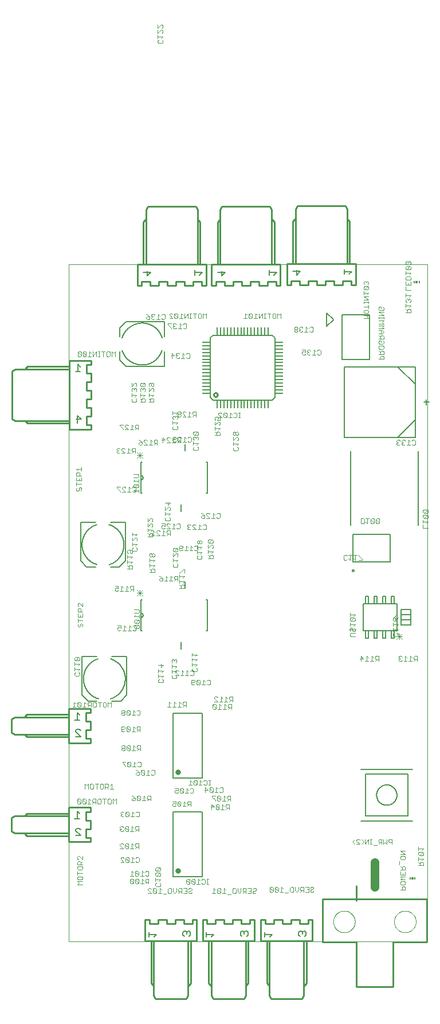
<source format=gbo>
G75*
%MOIN*%
%OFA0B0*%
%FSLAX25Y25*%
%IPPOS*%
%LPD*%
%AMOC8*
5,1,8,0,0,1.08239X$1,22.5*
%
%ADD10C,0.00000*%
%ADD11C,0.03157*%
%ADD12C,0.00600*%
%ADD13C,0.00300*%
%ADD14C,0.01000*%
%ADD15C,0.00700*%
%ADD16C,0.00800*%
%ADD17R,0.04724X0.00787*%
%ADD18R,0.00787X0.04724*%
%ADD19C,0.00500*%
%ADD20C,0.00200*%
%ADD21R,0.00591X0.01181*%
%ADD22R,0.01181X0.01181*%
%ADD23C,0.05000*%
D10*
X0034894Y0034921D02*
X0034894Y0428622D01*
X0243555Y0428622D01*
X0243555Y0034921D01*
X0034894Y0034921D01*
X0188831Y0046339D02*
X0188833Y0046497D01*
X0188839Y0046655D01*
X0188849Y0046813D01*
X0188863Y0046971D01*
X0188881Y0047128D01*
X0188902Y0047285D01*
X0188928Y0047441D01*
X0188958Y0047597D01*
X0188991Y0047752D01*
X0189029Y0047905D01*
X0189070Y0048058D01*
X0189115Y0048210D01*
X0189164Y0048361D01*
X0189217Y0048510D01*
X0189273Y0048658D01*
X0189333Y0048804D01*
X0189397Y0048949D01*
X0189465Y0049092D01*
X0189536Y0049234D01*
X0189610Y0049374D01*
X0189688Y0049511D01*
X0189770Y0049647D01*
X0189854Y0049781D01*
X0189943Y0049912D01*
X0190034Y0050041D01*
X0190129Y0050168D01*
X0190226Y0050293D01*
X0190327Y0050415D01*
X0190431Y0050534D01*
X0190538Y0050651D01*
X0190648Y0050765D01*
X0190761Y0050876D01*
X0190876Y0050985D01*
X0190994Y0051090D01*
X0191115Y0051192D01*
X0191238Y0051292D01*
X0191364Y0051388D01*
X0191492Y0051481D01*
X0191622Y0051571D01*
X0191755Y0051657D01*
X0191890Y0051741D01*
X0192026Y0051820D01*
X0192165Y0051897D01*
X0192306Y0051969D01*
X0192448Y0052039D01*
X0192592Y0052104D01*
X0192738Y0052166D01*
X0192885Y0052224D01*
X0193034Y0052279D01*
X0193184Y0052330D01*
X0193335Y0052377D01*
X0193487Y0052420D01*
X0193640Y0052459D01*
X0193795Y0052495D01*
X0193950Y0052526D01*
X0194106Y0052554D01*
X0194262Y0052578D01*
X0194419Y0052598D01*
X0194577Y0052614D01*
X0194734Y0052626D01*
X0194893Y0052634D01*
X0195051Y0052638D01*
X0195209Y0052638D01*
X0195367Y0052634D01*
X0195526Y0052626D01*
X0195683Y0052614D01*
X0195841Y0052598D01*
X0195998Y0052578D01*
X0196154Y0052554D01*
X0196310Y0052526D01*
X0196465Y0052495D01*
X0196620Y0052459D01*
X0196773Y0052420D01*
X0196925Y0052377D01*
X0197076Y0052330D01*
X0197226Y0052279D01*
X0197375Y0052224D01*
X0197522Y0052166D01*
X0197668Y0052104D01*
X0197812Y0052039D01*
X0197954Y0051969D01*
X0198095Y0051897D01*
X0198234Y0051820D01*
X0198370Y0051741D01*
X0198505Y0051657D01*
X0198638Y0051571D01*
X0198768Y0051481D01*
X0198896Y0051388D01*
X0199022Y0051292D01*
X0199145Y0051192D01*
X0199266Y0051090D01*
X0199384Y0050985D01*
X0199499Y0050876D01*
X0199612Y0050765D01*
X0199722Y0050651D01*
X0199829Y0050534D01*
X0199933Y0050415D01*
X0200034Y0050293D01*
X0200131Y0050168D01*
X0200226Y0050041D01*
X0200317Y0049912D01*
X0200406Y0049781D01*
X0200490Y0049647D01*
X0200572Y0049511D01*
X0200650Y0049374D01*
X0200724Y0049234D01*
X0200795Y0049092D01*
X0200863Y0048949D01*
X0200927Y0048804D01*
X0200987Y0048658D01*
X0201043Y0048510D01*
X0201096Y0048361D01*
X0201145Y0048210D01*
X0201190Y0048058D01*
X0201231Y0047905D01*
X0201269Y0047752D01*
X0201302Y0047597D01*
X0201332Y0047441D01*
X0201358Y0047285D01*
X0201379Y0047128D01*
X0201397Y0046971D01*
X0201411Y0046813D01*
X0201421Y0046655D01*
X0201427Y0046497D01*
X0201429Y0046339D01*
X0201427Y0046181D01*
X0201421Y0046023D01*
X0201411Y0045865D01*
X0201397Y0045707D01*
X0201379Y0045550D01*
X0201358Y0045393D01*
X0201332Y0045237D01*
X0201302Y0045081D01*
X0201269Y0044926D01*
X0201231Y0044773D01*
X0201190Y0044620D01*
X0201145Y0044468D01*
X0201096Y0044317D01*
X0201043Y0044168D01*
X0200987Y0044020D01*
X0200927Y0043874D01*
X0200863Y0043729D01*
X0200795Y0043586D01*
X0200724Y0043444D01*
X0200650Y0043304D01*
X0200572Y0043167D01*
X0200490Y0043031D01*
X0200406Y0042897D01*
X0200317Y0042766D01*
X0200226Y0042637D01*
X0200131Y0042510D01*
X0200034Y0042385D01*
X0199933Y0042263D01*
X0199829Y0042144D01*
X0199722Y0042027D01*
X0199612Y0041913D01*
X0199499Y0041802D01*
X0199384Y0041693D01*
X0199266Y0041588D01*
X0199145Y0041486D01*
X0199022Y0041386D01*
X0198896Y0041290D01*
X0198768Y0041197D01*
X0198638Y0041107D01*
X0198505Y0041021D01*
X0198370Y0040937D01*
X0198234Y0040858D01*
X0198095Y0040781D01*
X0197954Y0040709D01*
X0197812Y0040639D01*
X0197668Y0040574D01*
X0197522Y0040512D01*
X0197375Y0040454D01*
X0197226Y0040399D01*
X0197076Y0040348D01*
X0196925Y0040301D01*
X0196773Y0040258D01*
X0196620Y0040219D01*
X0196465Y0040183D01*
X0196310Y0040152D01*
X0196154Y0040124D01*
X0195998Y0040100D01*
X0195841Y0040080D01*
X0195683Y0040064D01*
X0195526Y0040052D01*
X0195367Y0040044D01*
X0195209Y0040040D01*
X0195051Y0040040D01*
X0194893Y0040044D01*
X0194734Y0040052D01*
X0194577Y0040064D01*
X0194419Y0040080D01*
X0194262Y0040100D01*
X0194106Y0040124D01*
X0193950Y0040152D01*
X0193795Y0040183D01*
X0193640Y0040219D01*
X0193487Y0040258D01*
X0193335Y0040301D01*
X0193184Y0040348D01*
X0193034Y0040399D01*
X0192885Y0040454D01*
X0192738Y0040512D01*
X0192592Y0040574D01*
X0192448Y0040639D01*
X0192306Y0040709D01*
X0192165Y0040781D01*
X0192026Y0040858D01*
X0191890Y0040937D01*
X0191755Y0041021D01*
X0191622Y0041107D01*
X0191492Y0041197D01*
X0191364Y0041290D01*
X0191238Y0041386D01*
X0191115Y0041486D01*
X0190994Y0041588D01*
X0190876Y0041693D01*
X0190761Y0041802D01*
X0190648Y0041913D01*
X0190538Y0042027D01*
X0190431Y0042144D01*
X0190327Y0042263D01*
X0190226Y0042385D01*
X0190129Y0042510D01*
X0190034Y0042637D01*
X0189943Y0042766D01*
X0189854Y0042897D01*
X0189770Y0043031D01*
X0189688Y0043167D01*
X0189610Y0043304D01*
X0189536Y0043444D01*
X0189465Y0043586D01*
X0189397Y0043729D01*
X0189333Y0043874D01*
X0189273Y0044020D01*
X0189217Y0044168D01*
X0189164Y0044317D01*
X0189115Y0044468D01*
X0189070Y0044620D01*
X0189029Y0044773D01*
X0188991Y0044926D01*
X0188958Y0045081D01*
X0188928Y0045237D01*
X0188902Y0045393D01*
X0188881Y0045550D01*
X0188863Y0045707D01*
X0188849Y0045865D01*
X0188839Y0046023D01*
X0188833Y0046181D01*
X0188831Y0046339D01*
X0224264Y0046339D02*
X0224266Y0046497D01*
X0224272Y0046655D01*
X0224282Y0046813D01*
X0224296Y0046971D01*
X0224314Y0047128D01*
X0224335Y0047285D01*
X0224361Y0047441D01*
X0224391Y0047597D01*
X0224424Y0047752D01*
X0224462Y0047905D01*
X0224503Y0048058D01*
X0224548Y0048210D01*
X0224597Y0048361D01*
X0224650Y0048510D01*
X0224706Y0048658D01*
X0224766Y0048804D01*
X0224830Y0048949D01*
X0224898Y0049092D01*
X0224969Y0049234D01*
X0225043Y0049374D01*
X0225121Y0049511D01*
X0225203Y0049647D01*
X0225287Y0049781D01*
X0225376Y0049912D01*
X0225467Y0050041D01*
X0225562Y0050168D01*
X0225659Y0050293D01*
X0225760Y0050415D01*
X0225864Y0050534D01*
X0225971Y0050651D01*
X0226081Y0050765D01*
X0226194Y0050876D01*
X0226309Y0050985D01*
X0226427Y0051090D01*
X0226548Y0051192D01*
X0226671Y0051292D01*
X0226797Y0051388D01*
X0226925Y0051481D01*
X0227055Y0051571D01*
X0227188Y0051657D01*
X0227323Y0051741D01*
X0227459Y0051820D01*
X0227598Y0051897D01*
X0227739Y0051969D01*
X0227881Y0052039D01*
X0228025Y0052104D01*
X0228171Y0052166D01*
X0228318Y0052224D01*
X0228467Y0052279D01*
X0228617Y0052330D01*
X0228768Y0052377D01*
X0228920Y0052420D01*
X0229073Y0052459D01*
X0229228Y0052495D01*
X0229383Y0052526D01*
X0229539Y0052554D01*
X0229695Y0052578D01*
X0229852Y0052598D01*
X0230010Y0052614D01*
X0230167Y0052626D01*
X0230326Y0052634D01*
X0230484Y0052638D01*
X0230642Y0052638D01*
X0230800Y0052634D01*
X0230959Y0052626D01*
X0231116Y0052614D01*
X0231274Y0052598D01*
X0231431Y0052578D01*
X0231587Y0052554D01*
X0231743Y0052526D01*
X0231898Y0052495D01*
X0232053Y0052459D01*
X0232206Y0052420D01*
X0232358Y0052377D01*
X0232509Y0052330D01*
X0232659Y0052279D01*
X0232808Y0052224D01*
X0232955Y0052166D01*
X0233101Y0052104D01*
X0233245Y0052039D01*
X0233387Y0051969D01*
X0233528Y0051897D01*
X0233667Y0051820D01*
X0233803Y0051741D01*
X0233938Y0051657D01*
X0234071Y0051571D01*
X0234201Y0051481D01*
X0234329Y0051388D01*
X0234455Y0051292D01*
X0234578Y0051192D01*
X0234699Y0051090D01*
X0234817Y0050985D01*
X0234932Y0050876D01*
X0235045Y0050765D01*
X0235155Y0050651D01*
X0235262Y0050534D01*
X0235366Y0050415D01*
X0235467Y0050293D01*
X0235564Y0050168D01*
X0235659Y0050041D01*
X0235750Y0049912D01*
X0235839Y0049781D01*
X0235923Y0049647D01*
X0236005Y0049511D01*
X0236083Y0049374D01*
X0236157Y0049234D01*
X0236228Y0049092D01*
X0236296Y0048949D01*
X0236360Y0048804D01*
X0236420Y0048658D01*
X0236476Y0048510D01*
X0236529Y0048361D01*
X0236578Y0048210D01*
X0236623Y0048058D01*
X0236664Y0047905D01*
X0236702Y0047752D01*
X0236735Y0047597D01*
X0236765Y0047441D01*
X0236791Y0047285D01*
X0236812Y0047128D01*
X0236830Y0046971D01*
X0236844Y0046813D01*
X0236854Y0046655D01*
X0236860Y0046497D01*
X0236862Y0046339D01*
X0236860Y0046181D01*
X0236854Y0046023D01*
X0236844Y0045865D01*
X0236830Y0045707D01*
X0236812Y0045550D01*
X0236791Y0045393D01*
X0236765Y0045237D01*
X0236735Y0045081D01*
X0236702Y0044926D01*
X0236664Y0044773D01*
X0236623Y0044620D01*
X0236578Y0044468D01*
X0236529Y0044317D01*
X0236476Y0044168D01*
X0236420Y0044020D01*
X0236360Y0043874D01*
X0236296Y0043729D01*
X0236228Y0043586D01*
X0236157Y0043444D01*
X0236083Y0043304D01*
X0236005Y0043167D01*
X0235923Y0043031D01*
X0235839Y0042897D01*
X0235750Y0042766D01*
X0235659Y0042637D01*
X0235564Y0042510D01*
X0235467Y0042385D01*
X0235366Y0042263D01*
X0235262Y0042144D01*
X0235155Y0042027D01*
X0235045Y0041913D01*
X0234932Y0041802D01*
X0234817Y0041693D01*
X0234699Y0041588D01*
X0234578Y0041486D01*
X0234455Y0041386D01*
X0234329Y0041290D01*
X0234201Y0041197D01*
X0234071Y0041107D01*
X0233938Y0041021D01*
X0233803Y0040937D01*
X0233667Y0040858D01*
X0233528Y0040781D01*
X0233387Y0040709D01*
X0233245Y0040639D01*
X0233101Y0040574D01*
X0232955Y0040512D01*
X0232808Y0040454D01*
X0232659Y0040399D01*
X0232509Y0040348D01*
X0232358Y0040301D01*
X0232206Y0040258D01*
X0232053Y0040219D01*
X0231898Y0040183D01*
X0231743Y0040152D01*
X0231587Y0040124D01*
X0231431Y0040100D01*
X0231274Y0040080D01*
X0231116Y0040064D01*
X0230959Y0040052D01*
X0230800Y0040044D01*
X0230642Y0040040D01*
X0230484Y0040040D01*
X0230326Y0040044D01*
X0230167Y0040052D01*
X0230010Y0040064D01*
X0229852Y0040080D01*
X0229695Y0040100D01*
X0229539Y0040124D01*
X0229383Y0040152D01*
X0229228Y0040183D01*
X0229073Y0040219D01*
X0228920Y0040258D01*
X0228768Y0040301D01*
X0228617Y0040348D01*
X0228467Y0040399D01*
X0228318Y0040454D01*
X0228171Y0040512D01*
X0228025Y0040574D01*
X0227881Y0040639D01*
X0227739Y0040709D01*
X0227598Y0040781D01*
X0227459Y0040858D01*
X0227323Y0040937D01*
X0227188Y0041021D01*
X0227055Y0041107D01*
X0226925Y0041197D01*
X0226797Y0041290D01*
X0226671Y0041386D01*
X0226548Y0041486D01*
X0226427Y0041588D01*
X0226309Y0041693D01*
X0226194Y0041802D01*
X0226081Y0041913D01*
X0225971Y0042027D01*
X0225864Y0042144D01*
X0225760Y0042263D01*
X0225659Y0042385D01*
X0225562Y0042510D01*
X0225467Y0042637D01*
X0225376Y0042766D01*
X0225287Y0042897D01*
X0225203Y0043031D01*
X0225121Y0043167D01*
X0225043Y0043304D01*
X0224969Y0043444D01*
X0224898Y0043586D01*
X0224830Y0043729D01*
X0224766Y0043874D01*
X0224706Y0044020D01*
X0224650Y0044168D01*
X0224597Y0044317D01*
X0224548Y0044468D01*
X0224503Y0044620D01*
X0224462Y0044773D01*
X0224424Y0044926D01*
X0224391Y0045081D01*
X0224361Y0045237D01*
X0224335Y0045393D01*
X0224314Y0045550D01*
X0224296Y0045707D01*
X0224282Y0045865D01*
X0224272Y0046023D01*
X0224266Y0046181D01*
X0224264Y0046339D01*
X0225757Y0222186D02*
X0225689Y0222191D01*
X0225621Y0222200D01*
X0225553Y0222212D01*
X0225487Y0222229D01*
X0225421Y0222249D01*
X0225357Y0222273D01*
X0225294Y0222300D01*
X0225233Y0222331D01*
X0225173Y0222366D01*
X0225116Y0222404D01*
X0225061Y0222445D01*
X0225009Y0222489D01*
X0224959Y0222536D01*
X0224912Y0222586D01*
X0224867Y0222638D01*
X0224826Y0222693D01*
X0224788Y0222750D01*
X0224754Y0222809D01*
X0224722Y0222870D01*
X0224695Y0222933D01*
X0224671Y0222997D01*
X0224650Y0223063D01*
X0224634Y0223129D01*
X0224621Y0223197D01*
X0224612Y0223265D01*
X0224607Y0223333D01*
X0224606Y0223402D01*
X0224609Y0223470D01*
X0224616Y0223539D01*
X0224626Y0223606D01*
X0224641Y0223673D01*
X0224659Y0223739D01*
X0224681Y0223804D01*
X0224707Y0223868D01*
X0224736Y0223930D01*
X0224769Y0223990D01*
X0224805Y0224048D01*
X0224845Y0224105D01*
X0224887Y0224158D01*
X0224933Y0224210D01*
X0224981Y0224258D01*
X0225032Y0224304D01*
X0225086Y0224347D01*
X0225142Y0224386D01*
X0225200Y0224423D01*
X0225260Y0224455D01*
X0225322Y0224485D01*
X0225386Y0224511D01*
X0225451Y0224533D01*
X0225517Y0224551D01*
X0225584Y0224566D01*
X0225652Y0224577D01*
X0225720Y0224584D01*
X0225788Y0224587D01*
X0225857Y0224586D01*
X0225788Y0224587D01*
X0225720Y0224584D01*
X0225652Y0224577D01*
X0225584Y0224566D01*
X0225517Y0224551D01*
X0225451Y0224533D01*
X0225386Y0224511D01*
X0225322Y0224485D01*
X0225260Y0224455D01*
X0225200Y0224423D01*
X0225142Y0224386D01*
X0225086Y0224347D01*
X0225032Y0224304D01*
X0224981Y0224258D01*
X0224933Y0224210D01*
X0224887Y0224158D01*
X0224845Y0224105D01*
X0224805Y0224048D01*
X0224769Y0223990D01*
X0224736Y0223930D01*
X0224707Y0223868D01*
X0224681Y0223804D01*
X0224659Y0223739D01*
X0224641Y0223673D01*
X0224626Y0223606D01*
X0224616Y0223539D01*
X0224609Y0223470D01*
X0224606Y0223402D01*
X0224607Y0223333D01*
X0224612Y0223265D01*
X0224621Y0223197D01*
X0224634Y0223129D01*
X0224650Y0223063D01*
X0224671Y0222997D01*
X0224695Y0222933D01*
X0224722Y0222870D01*
X0224754Y0222809D01*
X0224788Y0222750D01*
X0224826Y0222693D01*
X0224867Y0222638D01*
X0224912Y0222586D01*
X0224959Y0222536D01*
X0225009Y0222489D01*
X0225061Y0222445D01*
X0225116Y0222404D01*
X0225173Y0222366D01*
X0225233Y0222331D01*
X0225294Y0222300D01*
X0225357Y0222273D01*
X0225421Y0222249D01*
X0225487Y0222229D01*
X0225553Y0222212D01*
X0225621Y0222200D01*
X0225689Y0222191D01*
X0225757Y0222186D01*
D11*
X0098708Y0133242D03*
X0098708Y0075742D03*
D12*
X0095406Y0072340D02*
X0112594Y0072340D01*
X0112594Y0110054D01*
X0095406Y0110054D01*
X0095406Y0072340D01*
X0095406Y0129840D02*
X0112594Y0129840D01*
X0112594Y0167554D01*
X0095406Y0167554D01*
X0095406Y0129840D01*
X0100101Y0204761D02*
X0100101Y0208861D01*
X0102601Y0240061D02*
X0102601Y0243961D01*
X0114801Y0233361D02*
X0115501Y0233361D01*
X0115501Y0215561D01*
X0114801Y0215561D01*
X0100101Y0284761D02*
X0100101Y0288861D01*
X0102601Y0320061D02*
X0102601Y0323961D01*
X0114801Y0313361D02*
X0115501Y0313361D01*
X0115501Y0295561D01*
X0114801Y0295561D01*
X0077601Y0295561D02*
X0076901Y0295561D01*
X0076901Y0303261D01*
X0076901Y0305661D01*
X0076901Y0313361D01*
X0077601Y0313361D01*
X0076901Y0305661D02*
X0076970Y0305659D01*
X0077038Y0305653D01*
X0077106Y0305643D01*
X0077173Y0305630D01*
X0077239Y0305612D01*
X0077304Y0305591D01*
X0077368Y0305566D01*
X0077430Y0305538D01*
X0077491Y0305506D01*
X0077550Y0305471D01*
X0077606Y0305432D01*
X0077661Y0305390D01*
X0077712Y0305345D01*
X0077762Y0305297D01*
X0077808Y0305247D01*
X0077851Y0305194D01*
X0077892Y0305138D01*
X0077929Y0305081D01*
X0077962Y0305021D01*
X0077993Y0304959D01*
X0078019Y0304896D01*
X0078042Y0304832D01*
X0078062Y0304766D01*
X0078077Y0304699D01*
X0078089Y0304632D01*
X0078097Y0304564D01*
X0078101Y0304495D01*
X0078101Y0304427D01*
X0078097Y0304358D01*
X0078089Y0304290D01*
X0078077Y0304223D01*
X0078062Y0304156D01*
X0078042Y0304090D01*
X0078019Y0304026D01*
X0077993Y0303963D01*
X0077962Y0303901D01*
X0077929Y0303841D01*
X0077892Y0303784D01*
X0077851Y0303728D01*
X0077808Y0303675D01*
X0077762Y0303625D01*
X0077712Y0303577D01*
X0077661Y0303532D01*
X0077606Y0303490D01*
X0077550Y0303451D01*
X0077491Y0303416D01*
X0077430Y0303384D01*
X0077368Y0303356D01*
X0077304Y0303331D01*
X0077239Y0303310D01*
X0077173Y0303292D01*
X0077106Y0303279D01*
X0077038Y0303269D01*
X0076970Y0303263D01*
X0076901Y0303261D01*
X0076901Y0233361D02*
X0077601Y0233361D01*
X0076901Y0233361D02*
X0076901Y0225661D01*
X0076901Y0223261D01*
X0076901Y0215561D01*
X0077601Y0215561D01*
X0076901Y0223261D02*
X0076970Y0223263D01*
X0077038Y0223269D01*
X0077106Y0223279D01*
X0077173Y0223292D01*
X0077239Y0223310D01*
X0077304Y0223331D01*
X0077368Y0223356D01*
X0077430Y0223384D01*
X0077491Y0223416D01*
X0077550Y0223451D01*
X0077606Y0223490D01*
X0077661Y0223532D01*
X0077712Y0223577D01*
X0077762Y0223625D01*
X0077808Y0223675D01*
X0077851Y0223728D01*
X0077892Y0223784D01*
X0077929Y0223841D01*
X0077962Y0223901D01*
X0077993Y0223963D01*
X0078019Y0224026D01*
X0078042Y0224090D01*
X0078062Y0224156D01*
X0078077Y0224223D01*
X0078089Y0224290D01*
X0078097Y0224358D01*
X0078101Y0224427D01*
X0078101Y0224495D01*
X0078097Y0224564D01*
X0078089Y0224632D01*
X0078077Y0224699D01*
X0078062Y0224766D01*
X0078042Y0224832D01*
X0078019Y0224896D01*
X0077993Y0224959D01*
X0077962Y0225021D01*
X0077929Y0225081D01*
X0077892Y0225138D01*
X0077851Y0225194D01*
X0077808Y0225247D01*
X0077762Y0225297D01*
X0077712Y0225345D01*
X0077661Y0225390D01*
X0077606Y0225432D01*
X0077550Y0225471D01*
X0077491Y0225506D01*
X0077430Y0225538D01*
X0077368Y0225566D01*
X0077304Y0225591D01*
X0077239Y0225612D01*
X0077173Y0225630D01*
X0077106Y0225643D01*
X0077038Y0225653D01*
X0076970Y0225659D01*
X0076901Y0225661D01*
X0195357Y0327786D02*
X0195357Y0368986D01*
X0236557Y0368986D01*
X0236557Y0327786D01*
X0195357Y0327786D01*
X0195357Y0345486D01*
X0195357Y0351286D02*
X0195357Y0368986D01*
X0236557Y0368986D01*
X0236557Y0351286D01*
X0236557Y0345486D02*
X0236557Y0338086D01*
X0226257Y0327786D01*
X0236557Y0338086D01*
X0236557Y0327786D01*
X0195357Y0327786D01*
X0200157Y0271386D02*
X0221757Y0271386D01*
X0221757Y0255386D01*
X0200157Y0255386D01*
X0200157Y0271386D01*
X0221757Y0271386D01*
X0221757Y0255386D02*
X0200157Y0255386D01*
X0200357Y0250986D02*
X0200401Y0250984D01*
X0200444Y0250978D01*
X0200486Y0250969D01*
X0200528Y0250956D01*
X0200568Y0250939D01*
X0200607Y0250919D01*
X0200644Y0250896D01*
X0200678Y0250869D01*
X0200711Y0250840D01*
X0200740Y0250807D01*
X0200767Y0250773D01*
X0200790Y0250736D01*
X0200810Y0250697D01*
X0200827Y0250657D01*
X0200840Y0250615D01*
X0200849Y0250573D01*
X0200855Y0250530D01*
X0200857Y0250486D01*
X0200855Y0250442D01*
X0200849Y0250399D01*
X0200840Y0250357D01*
X0200827Y0250315D01*
X0200810Y0250275D01*
X0200790Y0250236D01*
X0200767Y0250199D01*
X0200740Y0250165D01*
X0200711Y0250132D01*
X0200678Y0250103D01*
X0200644Y0250076D01*
X0200607Y0250053D01*
X0200568Y0250033D01*
X0200528Y0250016D01*
X0200486Y0250003D01*
X0200444Y0249994D01*
X0200401Y0249988D01*
X0200357Y0249986D01*
X0200313Y0249988D01*
X0200270Y0249994D01*
X0200228Y0250003D01*
X0200186Y0250016D01*
X0200146Y0250033D01*
X0200107Y0250053D01*
X0200070Y0250076D01*
X0200036Y0250103D01*
X0200003Y0250132D01*
X0199974Y0250165D01*
X0199947Y0250199D01*
X0199924Y0250236D01*
X0199904Y0250275D01*
X0199887Y0250315D01*
X0199874Y0250357D01*
X0199865Y0250399D01*
X0199859Y0250442D01*
X0199857Y0250486D01*
X0199859Y0250530D01*
X0199865Y0250573D01*
X0199874Y0250615D01*
X0199887Y0250657D01*
X0199904Y0250697D01*
X0199924Y0250736D01*
X0199947Y0250773D01*
X0199974Y0250807D01*
X0200003Y0250840D01*
X0200036Y0250869D01*
X0200070Y0250896D01*
X0200107Y0250919D01*
X0200146Y0250939D01*
X0200186Y0250956D01*
X0200228Y0250969D01*
X0200270Y0250978D01*
X0200313Y0250984D01*
X0200357Y0250986D01*
X0200401Y0250984D01*
X0200444Y0250978D01*
X0200486Y0250969D01*
X0200528Y0250956D01*
X0200568Y0250939D01*
X0200607Y0250919D01*
X0200644Y0250896D01*
X0200678Y0250869D01*
X0200711Y0250840D01*
X0200740Y0250807D01*
X0200767Y0250773D01*
X0200790Y0250736D01*
X0200810Y0250697D01*
X0200827Y0250657D01*
X0200840Y0250615D01*
X0200849Y0250573D01*
X0200855Y0250530D01*
X0200857Y0250486D01*
X0200855Y0250442D01*
X0200849Y0250399D01*
X0200840Y0250357D01*
X0200827Y0250315D01*
X0200810Y0250275D01*
X0200790Y0250236D01*
X0200767Y0250199D01*
X0200740Y0250165D01*
X0200711Y0250132D01*
X0200678Y0250103D01*
X0200644Y0250076D01*
X0200607Y0250053D01*
X0200568Y0250033D01*
X0200528Y0250016D01*
X0200486Y0250003D01*
X0200444Y0249994D01*
X0200401Y0249988D01*
X0200357Y0249986D01*
X0200313Y0249988D01*
X0200270Y0249994D01*
X0200228Y0250003D01*
X0200186Y0250016D01*
X0200146Y0250033D01*
X0200107Y0250053D01*
X0200070Y0250076D01*
X0200036Y0250103D01*
X0200003Y0250132D01*
X0199974Y0250165D01*
X0199947Y0250199D01*
X0199924Y0250236D01*
X0199904Y0250275D01*
X0199887Y0250315D01*
X0199874Y0250357D01*
X0199865Y0250399D01*
X0199859Y0250442D01*
X0199857Y0250486D01*
X0199859Y0250530D01*
X0199865Y0250573D01*
X0199874Y0250615D01*
X0199887Y0250657D01*
X0199904Y0250697D01*
X0199924Y0250736D01*
X0199947Y0250773D01*
X0199974Y0250807D01*
X0200003Y0250840D01*
X0200036Y0250869D01*
X0200070Y0250896D01*
X0200107Y0250919D01*
X0200146Y0250939D01*
X0200186Y0250956D01*
X0200228Y0250969D01*
X0200270Y0250978D01*
X0200313Y0250984D01*
X0200357Y0250986D01*
X0207657Y0235586D02*
X0207657Y0231186D01*
X0209257Y0231186D01*
X0209257Y0235586D01*
X0207657Y0235586D01*
X0206157Y0231186D02*
X0206157Y0215586D01*
X0225757Y0215586D01*
X0225757Y0222186D01*
X0225757Y0231186D01*
X0225757Y0222186D01*
X0225757Y0215586D01*
X0224257Y0215586D02*
X0224257Y0211186D01*
X0222657Y0211186D01*
X0222657Y0215586D01*
X0224257Y0215586D01*
X0228157Y0218986D02*
X0233757Y0218986D01*
X0233757Y0221986D01*
X0233757Y0227786D01*
X0228157Y0227786D01*
X0228157Y0224786D01*
X0228157Y0221986D01*
X0228157Y0218986D01*
X0228157Y0221986D02*
X0233757Y0221986D01*
X0233757Y0224786D02*
X0233857Y0227786D01*
X0233757Y0227786D01*
X0233757Y0224786D02*
X0228157Y0224786D01*
X0225757Y0231186D02*
X0206157Y0231186D01*
X0206157Y0215586D01*
X0207657Y0215586D02*
X0207657Y0211186D01*
X0209257Y0211186D01*
X0209257Y0215586D01*
X0207657Y0215586D01*
X0212657Y0215586D02*
X0212657Y0211186D01*
X0214257Y0211186D01*
X0214257Y0215586D01*
X0212657Y0215586D01*
X0217657Y0215586D02*
X0217657Y0211186D01*
X0219257Y0211186D01*
X0219257Y0215586D01*
X0217657Y0215586D01*
X0217657Y0231186D02*
X0217657Y0235586D01*
X0219257Y0235586D01*
X0219257Y0231186D01*
X0217657Y0231186D01*
X0214257Y0231186D02*
X0214257Y0235586D01*
X0212657Y0235586D01*
X0212657Y0231186D01*
X0214257Y0231186D01*
X0222657Y0231186D02*
X0222657Y0235586D01*
X0224257Y0235586D01*
X0224257Y0231186D01*
X0222657Y0231186D01*
X0242957Y0346886D02*
X0242957Y0349886D01*
X0242957Y0346886D01*
X0241557Y0348386D02*
X0244557Y0348386D01*
X0241557Y0348386D01*
X0236557Y0358686D02*
X0226257Y0368986D01*
X0236557Y0358686D01*
D13*
X0218101Y0373335D02*
X0218101Y0374786D01*
X0217617Y0375270D01*
X0216649Y0375270D01*
X0216166Y0374786D01*
X0216166Y0373335D01*
X0215198Y0373335D02*
X0218101Y0373335D01*
X0218101Y0376281D02*
X0218101Y0377732D01*
X0217617Y0378216D01*
X0216649Y0378216D01*
X0216166Y0377732D01*
X0216166Y0376281D01*
X0216166Y0377249D02*
X0215198Y0378216D01*
X0215682Y0379228D02*
X0215198Y0379711D01*
X0215198Y0380679D01*
X0215682Y0381163D01*
X0217617Y0381163D01*
X0218101Y0380679D01*
X0218101Y0379711D01*
X0217617Y0379228D01*
X0215682Y0379228D01*
X0215682Y0382174D02*
X0215198Y0382658D01*
X0215198Y0383625D01*
X0215682Y0384109D01*
X0216649Y0384109D01*
X0216649Y0383142D01*
X0217617Y0384109D02*
X0218101Y0383625D01*
X0218101Y0382658D01*
X0217617Y0382174D01*
X0215682Y0382174D01*
X0216166Y0385121D02*
X0216166Y0386572D01*
X0216649Y0387056D01*
X0217617Y0387056D01*
X0218101Y0386572D01*
X0218101Y0385121D01*
X0215198Y0385121D01*
X0216166Y0386088D02*
X0215198Y0387056D01*
X0215198Y0388067D02*
X0217133Y0388067D01*
X0218101Y0389035D01*
X0217133Y0390002D01*
X0215198Y0390002D01*
X0215198Y0391014D02*
X0218101Y0391014D01*
X0217133Y0391981D01*
X0218101Y0392949D01*
X0215198Y0392949D01*
X0215198Y0393960D02*
X0218101Y0393960D01*
X0217133Y0394928D01*
X0218101Y0395895D01*
X0215198Y0395895D01*
X0215198Y0396907D02*
X0215198Y0397874D01*
X0215198Y0397391D02*
X0218101Y0397391D01*
X0218101Y0397874D02*
X0218101Y0396907D01*
X0218101Y0398871D02*
X0215198Y0400806D01*
X0218101Y0400806D01*
X0217617Y0401818D02*
X0215682Y0401818D01*
X0215198Y0402301D01*
X0215198Y0403269D01*
X0215682Y0403753D01*
X0216649Y0403753D01*
X0216649Y0402785D01*
X0217617Y0401818D02*
X0218101Y0402301D01*
X0218101Y0403269D01*
X0217617Y0403753D01*
X0218101Y0398871D02*
X0215198Y0398871D01*
X0216649Y0390002D02*
X0216649Y0388067D01*
X0215198Y0376281D02*
X0218101Y0376281D01*
X0209344Y0397049D02*
X0208377Y0398016D01*
X0209344Y0398984D01*
X0206442Y0398984D01*
X0206925Y0399995D02*
X0206442Y0400479D01*
X0206442Y0401446D01*
X0206925Y0401930D01*
X0208860Y0401930D01*
X0209344Y0401446D01*
X0209344Y0400479D01*
X0208860Y0399995D01*
X0206925Y0399995D01*
X0206442Y0397049D02*
X0209344Y0397049D01*
X0209344Y0402942D02*
X0209344Y0404877D01*
X0209344Y0403909D02*
X0206442Y0403909D01*
X0206442Y0405888D02*
X0206442Y0406856D01*
X0206442Y0406372D02*
X0209344Y0406372D01*
X0209344Y0405888D02*
X0209344Y0406856D01*
X0209344Y0407853D02*
X0206442Y0409787D01*
X0209344Y0409787D01*
X0208377Y0410799D02*
X0209344Y0411767D01*
X0206442Y0411767D01*
X0206442Y0412734D02*
X0206442Y0410799D01*
X0206442Y0407853D02*
X0209344Y0407853D01*
X0208860Y0413746D02*
X0209344Y0414229D01*
X0209344Y0415197D01*
X0208860Y0415681D01*
X0206925Y0413746D01*
X0206442Y0414229D01*
X0206442Y0415197D01*
X0206925Y0415681D01*
X0208860Y0415681D01*
X0208860Y0416692D02*
X0209344Y0417176D01*
X0209344Y0418143D01*
X0208860Y0418627D01*
X0208377Y0418627D01*
X0207893Y0418143D01*
X0207409Y0418627D01*
X0206925Y0418627D01*
X0206442Y0418143D01*
X0206442Y0417176D01*
X0206925Y0416692D01*
X0207893Y0417660D02*
X0207893Y0418143D01*
X0206925Y0413746D02*
X0208860Y0413746D01*
X0230979Y0413634D02*
X0230979Y0415569D01*
X0230979Y0416581D02*
X0230979Y0418516D01*
X0230979Y0419527D02*
X0230979Y0420979D01*
X0231462Y0421462D01*
X0233397Y0421462D01*
X0233881Y0420979D01*
X0233881Y0419527D01*
X0230979Y0419527D01*
X0232430Y0417548D02*
X0232430Y0416581D01*
X0233881Y0416581D02*
X0233881Y0418516D01*
X0233881Y0416581D02*
X0230979Y0416581D01*
X0230979Y0413634D02*
X0233881Y0413634D01*
X0233860Y0410395D02*
X0232893Y0409428D01*
X0232893Y0408416D02*
X0232409Y0407933D01*
X0231925Y0408416D01*
X0231442Y0408416D01*
X0230958Y0407933D01*
X0230958Y0406965D01*
X0231442Y0406481D01*
X0230958Y0405470D02*
X0230958Y0403535D01*
X0230958Y0404502D02*
X0233860Y0404502D01*
X0232893Y0403535D01*
X0233377Y0402523D02*
X0232409Y0402523D01*
X0231925Y0402040D01*
X0231925Y0400588D01*
X0230958Y0400588D02*
X0233860Y0400588D01*
X0233860Y0402040D01*
X0233377Y0402523D01*
X0231925Y0401556D02*
X0230958Y0402523D01*
X0233377Y0406481D02*
X0233860Y0406965D01*
X0233860Y0407933D01*
X0233377Y0408416D01*
X0232893Y0408416D01*
X0232409Y0407933D02*
X0232409Y0407449D01*
X0230958Y0409428D02*
X0230958Y0411363D01*
X0230958Y0410395D02*
X0233860Y0410395D01*
X0232914Y0422474D02*
X0233881Y0423441D01*
X0230979Y0423441D01*
X0230979Y0422474D02*
X0230979Y0424409D01*
X0231462Y0425420D02*
X0230979Y0425904D01*
X0230979Y0426872D01*
X0231462Y0427355D01*
X0233397Y0427355D01*
X0231462Y0425420D01*
X0233397Y0425420D01*
X0233881Y0425904D01*
X0233881Y0426872D01*
X0233397Y0427355D01*
X0233397Y0428367D02*
X0233881Y0428851D01*
X0233881Y0429818D01*
X0233397Y0430302D01*
X0231462Y0428367D01*
X0230979Y0428851D01*
X0230979Y0429818D01*
X0231462Y0430302D01*
X0233397Y0430302D01*
X0233397Y0428367D02*
X0231462Y0428367D01*
X0181413Y0378309D02*
X0181413Y0376374D01*
X0180929Y0375890D01*
X0179962Y0375890D01*
X0179478Y0376374D01*
X0178466Y0375890D02*
X0176531Y0375890D01*
X0177499Y0375890D02*
X0177499Y0378793D01*
X0178466Y0377825D01*
X0179478Y0378309D02*
X0179962Y0378793D01*
X0180929Y0378793D01*
X0181413Y0378309D01*
X0175520Y0378309D02*
X0175036Y0378793D01*
X0174069Y0378793D01*
X0173585Y0378309D01*
X0173585Y0377825D01*
X0174069Y0377341D01*
X0173585Y0376858D01*
X0173585Y0376374D01*
X0174069Y0375890D01*
X0175036Y0375890D01*
X0175520Y0376374D01*
X0174552Y0377341D02*
X0174069Y0377341D01*
X0172573Y0377341D02*
X0171606Y0377825D01*
X0171122Y0377825D01*
X0170638Y0377341D01*
X0170638Y0376374D01*
X0171122Y0375890D01*
X0172090Y0375890D01*
X0172573Y0376374D01*
X0172573Y0377341D02*
X0172573Y0378793D01*
X0170638Y0378793D01*
X0170511Y0389206D02*
X0169544Y0389206D01*
X0169060Y0389690D01*
X0169060Y0390173D01*
X0169544Y0390657D01*
X0170028Y0390657D01*
X0169544Y0390657D02*
X0169060Y0391141D01*
X0169060Y0391625D01*
X0169544Y0392108D01*
X0170511Y0392108D01*
X0170995Y0391625D01*
X0170995Y0389690D02*
X0170511Y0389206D01*
X0172007Y0389206D02*
X0173942Y0389206D01*
X0172974Y0389206D02*
X0172974Y0392108D01*
X0173942Y0391141D01*
X0174953Y0391625D02*
X0175437Y0392108D01*
X0176404Y0392108D01*
X0176888Y0391625D01*
X0176888Y0389690D01*
X0176404Y0389206D01*
X0175437Y0389206D01*
X0174953Y0389690D01*
X0168048Y0389690D02*
X0168048Y0390173D01*
X0167565Y0390657D01*
X0166597Y0390657D01*
X0166114Y0390173D01*
X0166114Y0389690D01*
X0166597Y0389206D01*
X0167565Y0389206D01*
X0168048Y0389690D01*
X0167565Y0390657D02*
X0168048Y0391141D01*
X0168048Y0391625D01*
X0167565Y0392108D01*
X0166597Y0392108D01*
X0166114Y0391625D01*
X0166114Y0391141D01*
X0166597Y0390657D01*
X0158287Y0397087D02*
X0158287Y0399990D01*
X0157320Y0399022D01*
X0156352Y0399990D01*
X0156352Y0397087D01*
X0155341Y0397571D02*
X0154857Y0397087D01*
X0153890Y0397087D01*
X0153406Y0397571D01*
X0153406Y0399506D01*
X0153890Y0399990D01*
X0154857Y0399990D01*
X0155341Y0399506D01*
X0155341Y0397571D01*
X0152394Y0399990D02*
X0150459Y0399990D01*
X0151427Y0399990D02*
X0151427Y0397087D01*
X0149448Y0397087D02*
X0148480Y0397087D01*
X0148964Y0397087D02*
X0148964Y0399990D01*
X0149448Y0399990D02*
X0148480Y0399990D01*
X0147484Y0399990D02*
X0145549Y0397087D01*
X0145549Y0399990D01*
X0144537Y0399022D02*
X0143570Y0399990D01*
X0143570Y0397087D01*
X0144537Y0397087D02*
X0142602Y0397087D01*
X0141590Y0397571D02*
X0139655Y0399506D01*
X0139655Y0397571D01*
X0140139Y0397087D01*
X0141107Y0397087D01*
X0141590Y0397571D01*
X0141590Y0399506D01*
X0141107Y0399990D01*
X0140139Y0399990D01*
X0139655Y0399506D01*
X0138644Y0399022D02*
X0137676Y0399990D01*
X0137676Y0397087D01*
X0136709Y0397087D02*
X0138644Y0397087D01*
X0147484Y0397087D02*
X0147484Y0399990D01*
X0134675Y0342238D02*
X0133708Y0342238D01*
X0134191Y0342238D02*
X0134191Y0339336D01*
X0133708Y0339336D02*
X0134675Y0339336D01*
X0132711Y0339820D02*
X0132227Y0339336D01*
X0131260Y0339336D01*
X0130776Y0339820D01*
X0129764Y0339336D02*
X0127829Y0339336D01*
X0128797Y0339336D02*
X0128797Y0342238D01*
X0129764Y0341271D01*
X0130776Y0341755D02*
X0131260Y0342238D01*
X0132227Y0342238D01*
X0132711Y0341755D01*
X0132711Y0339820D01*
X0126818Y0339820D02*
X0124883Y0341755D01*
X0124883Y0339820D01*
X0125367Y0339336D01*
X0126334Y0339336D01*
X0126818Y0339820D01*
X0126818Y0341755D01*
X0126334Y0342238D01*
X0125367Y0342238D01*
X0124883Y0341755D01*
X0123871Y0341755D02*
X0123388Y0342238D01*
X0122420Y0342238D01*
X0121936Y0341755D01*
X0121936Y0341271D01*
X0123871Y0339336D01*
X0121936Y0339336D01*
X0121786Y0339401D02*
X0121302Y0339885D01*
X0120335Y0339885D01*
X0119851Y0339401D01*
X0119851Y0338434D01*
X0120335Y0337950D01*
X0121302Y0337950D02*
X0121786Y0338918D01*
X0121786Y0339401D01*
X0122753Y0339885D02*
X0122753Y0337950D01*
X0121302Y0337950D01*
X0121786Y0336939D02*
X0119851Y0335004D01*
X0119851Y0336939D01*
X0121786Y0336939D02*
X0122270Y0336939D01*
X0122753Y0336455D01*
X0122753Y0335487D01*
X0122270Y0335004D01*
X0122753Y0333025D02*
X0119851Y0333025D01*
X0119851Y0333992D02*
X0119851Y0332057D01*
X0119851Y0331046D02*
X0120818Y0330078D01*
X0120818Y0330562D02*
X0120818Y0329111D01*
X0119851Y0329111D02*
X0122753Y0329111D01*
X0122753Y0330562D01*
X0122270Y0331046D01*
X0121302Y0331046D01*
X0120818Y0330562D01*
X0121786Y0332057D02*
X0122753Y0333025D01*
X0130525Y0330564D02*
X0130525Y0329597D01*
X0131009Y0329113D01*
X0131492Y0329113D01*
X0131976Y0329597D01*
X0131976Y0330564D01*
X0131492Y0331048D01*
X0131009Y0331048D01*
X0130525Y0330564D01*
X0131976Y0330564D02*
X0132460Y0331048D01*
X0132944Y0331048D01*
X0133427Y0330564D01*
X0133427Y0329597D01*
X0132944Y0329113D01*
X0132460Y0329113D01*
X0131976Y0329597D01*
X0132460Y0328101D02*
X0132944Y0328101D01*
X0133427Y0327618D01*
X0133427Y0326650D01*
X0132944Y0326166D01*
X0132460Y0328101D02*
X0130525Y0326166D01*
X0130525Y0328101D01*
X0130525Y0325155D02*
X0130525Y0323220D01*
X0130525Y0324187D02*
X0133427Y0324187D01*
X0132460Y0323220D01*
X0132944Y0322208D02*
X0133427Y0321725D01*
X0133427Y0320757D01*
X0132944Y0320273D01*
X0131009Y0320273D01*
X0130525Y0320757D01*
X0130525Y0321725D01*
X0131009Y0322208D01*
X0122278Y0283813D02*
X0122762Y0283329D01*
X0122762Y0281394D01*
X0122278Y0280911D01*
X0121311Y0280911D01*
X0120827Y0281394D01*
X0119816Y0280911D02*
X0117881Y0280911D01*
X0118848Y0280911D02*
X0118848Y0283813D01*
X0119816Y0282846D01*
X0120827Y0283329D02*
X0121311Y0283813D01*
X0122278Y0283813D01*
X0116869Y0283329D02*
X0116385Y0283813D01*
X0115418Y0283813D01*
X0114934Y0283329D01*
X0114934Y0282846D01*
X0116869Y0280911D01*
X0114934Y0280911D01*
X0113923Y0281394D02*
X0113439Y0280911D01*
X0112471Y0280911D01*
X0111988Y0281394D01*
X0111988Y0281878D01*
X0112471Y0282362D01*
X0113923Y0282362D01*
X0113923Y0281394D01*
X0113923Y0282362D02*
X0112955Y0283329D01*
X0111988Y0283813D01*
X0110899Y0277246D02*
X0110899Y0274344D01*
X0109932Y0274344D02*
X0111867Y0274344D01*
X0112878Y0274827D02*
X0113362Y0274344D01*
X0114330Y0274344D01*
X0114813Y0274827D01*
X0114813Y0276762D01*
X0114330Y0277246D01*
X0113362Y0277246D01*
X0112878Y0276762D01*
X0111867Y0276279D02*
X0110899Y0277246D01*
X0108920Y0276762D02*
X0108436Y0277246D01*
X0107469Y0277246D01*
X0106985Y0276762D01*
X0106985Y0276279D01*
X0108920Y0274344D01*
X0106985Y0274344D01*
X0105974Y0274827D02*
X0105490Y0274344D01*
X0104522Y0274344D01*
X0104039Y0274827D01*
X0104039Y0275311D01*
X0104522Y0275795D01*
X0105006Y0275795D01*
X0104522Y0275795D02*
X0104039Y0276279D01*
X0104039Y0276762D01*
X0104522Y0277246D01*
X0105490Y0277246D01*
X0105974Y0276762D01*
X0109898Y0267972D02*
X0109414Y0267488D01*
X0109414Y0266521D01*
X0109898Y0266037D01*
X0110381Y0266037D01*
X0110865Y0266521D01*
X0110865Y0267488D01*
X0110381Y0267972D01*
X0109898Y0267972D01*
X0110865Y0267488D02*
X0111349Y0267972D01*
X0111833Y0267972D01*
X0112316Y0267488D01*
X0112316Y0266521D01*
X0111833Y0266037D01*
X0111349Y0266037D01*
X0110865Y0266521D01*
X0109414Y0265025D02*
X0109414Y0263090D01*
X0109975Y0262493D02*
X0109975Y0264428D01*
X0109491Y0264912D01*
X0108523Y0264912D01*
X0108040Y0264428D01*
X0107028Y0263944D02*
X0106061Y0264912D01*
X0106061Y0262009D01*
X0107028Y0262009D02*
X0105093Y0262009D01*
X0104082Y0262009D02*
X0102147Y0262009D01*
X0103114Y0262009D02*
X0103114Y0264912D01*
X0104082Y0263944D01*
X0101135Y0263944D02*
X0100651Y0263460D01*
X0099200Y0263460D01*
X0099200Y0262493D02*
X0099200Y0264428D01*
X0099684Y0264912D01*
X0100651Y0264912D01*
X0101135Y0264428D01*
X0101135Y0263944D01*
X0101135Y0262493D02*
X0100651Y0262009D01*
X0099684Y0262009D01*
X0099200Y0262493D01*
X0098360Y0262842D02*
X0097876Y0263326D01*
X0095941Y0261391D01*
X0095457Y0261875D01*
X0095457Y0262842D01*
X0095941Y0263326D01*
X0097876Y0263326D01*
X0098360Y0262842D02*
X0098360Y0261875D01*
X0097876Y0261391D01*
X0095941Y0261391D01*
X0095457Y0260380D02*
X0095457Y0258445D01*
X0097392Y0260380D01*
X0097876Y0260380D01*
X0098360Y0259896D01*
X0098360Y0258928D01*
X0097876Y0258445D01*
X0098360Y0256466D02*
X0095457Y0256466D01*
X0095457Y0257433D02*
X0095457Y0255498D01*
X0095941Y0254487D02*
X0095457Y0254003D01*
X0095457Y0253035D01*
X0095941Y0252552D01*
X0097876Y0252552D01*
X0098360Y0253035D01*
X0098360Y0254003D01*
X0097876Y0254487D01*
X0097392Y0255498D02*
X0098360Y0256466D01*
X0101588Y0251023D02*
X0099653Y0249088D01*
X0099170Y0249088D01*
X0099170Y0248076D02*
X0099170Y0246141D01*
X0099170Y0247109D02*
X0102072Y0247109D01*
X0101105Y0246141D01*
X0099170Y0245130D02*
X0099170Y0243195D01*
X0099170Y0244162D02*
X0102072Y0244162D01*
X0101105Y0243195D01*
X0101588Y0242183D02*
X0100621Y0242183D01*
X0100137Y0241700D01*
X0100137Y0240248D01*
X0099170Y0240248D02*
X0102072Y0240248D01*
X0102072Y0241700D01*
X0101588Y0242183D01*
X0100137Y0241216D02*
X0099170Y0242183D01*
X0098262Y0244411D02*
X0098262Y0247313D01*
X0096811Y0247313D01*
X0096327Y0246829D01*
X0096327Y0245862D01*
X0096811Y0245378D01*
X0098262Y0245378D01*
X0097295Y0245378D02*
X0096327Y0244411D01*
X0095316Y0244411D02*
X0093381Y0244411D01*
X0094348Y0244411D02*
X0094348Y0247313D01*
X0095316Y0246346D01*
X0092369Y0246346D02*
X0091402Y0247313D01*
X0091402Y0244411D01*
X0092369Y0244411D02*
X0090434Y0244411D01*
X0089423Y0244894D02*
X0088939Y0244411D01*
X0087971Y0244411D01*
X0087488Y0244894D01*
X0087488Y0245378D01*
X0087971Y0245862D01*
X0089423Y0245862D01*
X0089423Y0244894D01*
X0089423Y0245862D02*
X0088455Y0246829D01*
X0087488Y0247313D01*
X0084753Y0249611D02*
X0084753Y0251062D01*
X0084270Y0251546D01*
X0083302Y0251546D01*
X0082818Y0251062D01*
X0082818Y0249611D01*
X0082818Y0250578D02*
X0081851Y0251546D01*
X0081851Y0252557D02*
X0081851Y0254492D01*
X0081851Y0253525D02*
X0084753Y0253525D01*
X0083786Y0252557D01*
X0083786Y0255504D02*
X0084753Y0256471D01*
X0081851Y0256471D01*
X0081851Y0255504D02*
X0081851Y0257439D01*
X0082335Y0258450D02*
X0082818Y0258450D01*
X0083302Y0258934D01*
X0083302Y0259901D01*
X0082818Y0260385D01*
X0082335Y0260385D01*
X0081851Y0259901D01*
X0081851Y0258934D01*
X0082335Y0258450D01*
X0083302Y0258934D02*
X0083786Y0258450D01*
X0084270Y0258450D01*
X0084753Y0258934D01*
X0084753Y0259901D01*
X0084270Y0260385D01*
X0083786Y0260385D01*
X0083302Y0259901D01*
X0083690Y0270091D02*
X0080788Y0270091D01*
X0081755Y0270091D02*
X0081755Y0271542D01*
X0082239Y0272026D01*
X0083207Y0272026D01*
X0083690Y0271542D01*
X0083690Y0270091D01*
X0084011Y0270855D02*
X0084011Y0273757D01*
X0084979Y0272790D01*
X0085990Y0272790D02*
X0085990Y0273273D01*
X0086474Y0273757D01*
X0087442Y0273757D01*
X0087925Y0273273D01*
X0085990Y0272790D02*
X0087925Y0270855D01*
X0085990Y0270855D01*
X0084979Y0270855D02*
X0083044Y0270855D01*
X0081755Y0271058D02*
X0080788Y0272026D01*
X0080788Y0273037D02*
X0080788Y0274972D01*
X0080788Y0274005D02*
X0083690Y0274005D01*
X0082723Y0273037D01*
X0083207Y0275984D02*
X0083690Y0276468D01*
X0083690Y0277435D01*
X0083207Y0277919D01*
X0082723Y0277919D01*
X0080788Y0275984D01*
X0080788Y0277919D01*
X0080788Y0278930D02*
X0082723Y0280865D01*
X0083207Y0280865D01*
X0083690Y0280382D01*
X0083690Y0279414D01*
X0083207Y0278930D01*
X0080788Y0278930D02*
X0080788Y0280865D01*
X0074647Y0271630D02*
X0071744Y0271630D01*
X0071744Y0270663D02*
X0071744Y0272598D01*
X0073679Y0270663D02*
X0074647Y0271630D01*
X0074163Y0269651D02*
X0074647Y0269167D01*
X0074647Y0268200D01*
X0074163Y0267716D01*
X0074163Y0269651D02*
X0073679Y0269651D01*
X0071744Y0267716D01*
X0071744Y0269651D01*
X0071744Y0266705D02*
X0071744Y0264770D01*
X0071744Y0265737D02*
X0074647Y0265737D01*
X0073679Y0264770D01*
X0074163Y0263758D02*
X0074647Y0263274D01*
X0074647Y0262307D01*
X0074163Y0261823D01*
X0072228Y0261823D01*
X0071744Y0262307D01*
X0071744Y0263274D01*
X0072228Y0263758D01*
X0071395Y0262354D02*
X0069461Y0262354D01*
X0068977Y0261870D01*
X0068977Y0260902D01*
X0069461Y0260419D01*
X0070428Y0260902D02*
X0070428Y0262354D01*
X0071395Y0262354D02*
X0071879Y0261870D01*
X0071879Y0260902D01*
X0071395Y0260419D01*
X0070912Y0260419D01*
X0070428Y0260902D01*
X0068977Y0259407D02*
X0068977Y0257472D01*
X0068977Y0258440D02*
X0071879Y0258440D01*
X0070912Y0257472D01*
X0068977Y0256461D02*
X0068977Y0254526D01*
X0068977Y0255493D02*
X0071879Y0255493D01*
X0070912Y0254526D01*
X0071395Y0253514D02*
X0070428Y0253514D01*
X0069944Y0253030D01*
X0069944Y0251579D01*
X0068977Y0251579D02*
X0071879Y0251579D01*
X0071879Y0253030D01*
X0071395Y0253514D01*
X0069944Y0252547D02*
X0068977Y0253514D01*
X0068637Y0241513D02*
X0068637Y0238611D01*
X0069604Y0238611D02*
X0067669Y0238611D01*
X0066658Y0238611D02*
X0064723Y0238611D01*
X0065690Y0238611D02*
X0065690Y0241513D01*
X0066658Y0240546D01*
X0068637Y0241513D02*
X0069604Y0240546D01*
X0070616Y0241029D02*
X0070616Y0240062D01*
X0071100Y0239578D01*
X0072551Y0239578D01*
X0072551Y0238611D02*
X0072551Y0241513D01*
X0071100Y0241513D01*
X0070616Y0241029D01*
X0071583Y0239578D02*
X0070616Y0238611D01*
X0074631Y0239111D02*
X0077767Y0235975D01*
X0077767Y0237543D02*
X0074631Y0237543D01*
X0074631Y0235975D02*
X0077767Y0239111D01*
X0076199Y0239111D02*
X0076199Y0235975D01*
X0075429Y0227674D02*
X0073011Y0227674D01*
X0073011Y0225739D02*
X0075429Y0225739D01*
X0075913Y0226223D01*
X0075913Y0227191D01*
X0075429Y0227674D01*
X0075913Y0224728D02*
X0075913Y0222793D01*
X0075913Y0223760D02*
X0073011Y0223760D01*
X0073978Y0224728D01*
X0073494Y0221781D02*
X0073011Y0221298D01*
X0073011Y0220330D01*
X0073494Y0219846D01*
X0075429Y0221781D01*
X0075913Y0221298D01*
X0075913Y0220330D01*
X0075429Y0219846D01*
X0073494Y0219846D01*
X0073494Y0218835D02*
X0073011Y0218351D01*
X0073011Y0217384D01*
X0073494Y0216900D01*
X0075429Y0218835D01*
X0075913Y0218351D01*
X0075913Y0217384D01*
X0075429Y0216900D01*
X0073494Y0216900D01*
X0074051Y0216094D02*
X0073567Y0215611D01*
X0072600Y0215611D01*
X0072116Y0216094D01*
X0071104Y0215611D02*
X0069169Y0215611D01*
X0070137Y0215611D02*
X0070137Y0218513D01*
X0071104Y0217546D01*
X0072116Y0218029D02*
X0072600Y0218513D01*
X0073567Y0218513D01*
X0074051Y0218029D01*
X0074051Y0216094D01*
X0073494Y0218835D02*
X0075429Y0218835D01*
X0075429Y0221781D02*
X0073494Y0221781D01*
X0068158Y0217546D02*
X0067190Y0218513D01*
X0067190Y0215611D01*
X0066223Y0215611D02*
X0068158Y0215611D01*
X0065211Y0216094D02*
X0064727Y0215611D01*
X0063760Y0215611D01*
X0063276Y0216094D01*
X0063276Y0217062D01*
X0063760Y0217546D01*
X0064244Y0217546D01*
X0065211Y0217062D01*
X0065211Y0218513D01*
X0063276Y0218513D01*
X0063227Y0238611D02*
X0063711Y0239094D01*
X0063227Y0238611D02*
X0062260Y0238611D01*
X0061776Y0239094D01*
X0061776Y0240062D01*
X0062260Y0240546D01*
X0062744Y0240546D01*
X0063711Y0240062D01*
X0063711Y0241513D01*
X0061776Y0241513D01*
X0043035Y0231430D02*
X0043035Y0229495D01*
X0041100Y0231430D01*
X0040616Y0231430D01*
X0040132Y0230946D01*
X0040132Y0229978D01*
X0040616Y0229495D01*
X0040616Y0228483D02*
X0041583Y0228483D01*
X0042067Y0227999D01*
X0042067Y0226548D01*
X0043035Y0226548D02*
X0040132Y0226548D01*
X0040132Y0227999D01*
X0040616Y0228483D01*
X0040132Y0225537D02*
X0040132Y0223602D01*
X0043035Y0223602D01*
X0043035Y0225537D01*
X0041583Y0224569D02*
X0041583Y0223602D01*
X0040132Y0222590D02*
X0040132Y0220655D01*
X0040132Y0221623D02*
X0043035Y0221623D01*
X0042551Y0219644D02*
X0043035Y0219160D01*
X0043035Y0218192D01*
X0042551Y0217709D01*
X0041583Y0218192D02*
X0041583Y0219160D01*
X0042067Y0219644D01*
X0042551Y0219644D01*
X0041583Y0218192D02*
X0041100Y0217709D01*
X0040616Y0217709D01*
X0040132Y0218192D01*
X0040132Y0219160D01*
X0040616Y0219644D01*
X0040715Y0200020D02*
X0038780Y0198085D01*
X0038296Y0198569D01*
X0038296Y0199537D01*
X0038780Y0200020D01*
X0040715Y0200020D01*
X0041199Y0199537D01*
X0041199Y0198569D01*
X0040715Y0198085D01*
X0038780Y0198085D01*
X0038296Y0197074D02*
X0038296Y0195139D01*
X0038296Y0196106D02*
X0041199Y0196106D01*
X0040231Y0195139D01*
X0038296Y0194127D02*
X0038296Y0192192D01*
X0038296Y0193160D02*
X0041199Y0193160D01*
X0040231Y0192192D01*
X0040715Y0191181D02*
X0041199Y0190697D01*
X0041199Y0189730D01*
X0040715Y0189246D01*
X0038780Y0189246D01*
X0038296Y0189730D01*
X0038296Y0190697D01*
X0038780Y0191181D01*
X0038061Y0173966D02*
X0038061Y0171064D01*
X0039028Y0171064D02*
X0037093Y0171064D01*
X0039028Y0172999D02*
X0038061Y0173966D01*
X0040040Y0173483D02*
X0041975Y0171548D01*
X0041491Y0171064D01*
X0040524Y0171064D01*
X0040040Y0171548D01*
X0040040Y0173483D01*
X0040524Y0173966D01*
X0041491Y0173966D01*
X0041975Y0173483D01*
X0041975Y0171548D01*
X0042986Y0171064D02*
X0044921Y0171064D01*
X0043954Y0171064D02*
X0043954Y0173966D01*
X0044921Y0172999D01*
X0045933Y0173483D02*
X0045933Y0172515D01*
X0046417Y0172031D01*
X0047868Y0172031D01*
X0047868Y0171064D02*
X0047868Y0173966D01*
X0046417Y0173966D01*
X0045933Y0173483D01*
X0046900Y0172031D02*
X0045933Y0171064D01*
X0048880Y0171548D02*
X0048880Y0173483D01*
X0049363Y0173966D01*
X0050331Y0173966D01*
X0050814Y0173483D01*
X0050814Y0171548D01*
X0050331Y0171064D01*
X0049363Y0171064D01*
X0048880Y0171548D01*
X0051826Y0173966D02*
X0053761Y0173966D01*
X0052794Y0173966D02*
X0052794Y0171064D01*
X0054773Y0171548D02*
X0054773Y0173483D01*
X0055256Y0173966D01*
X0056224Y0173966D01*
X0056708Y0173483D01*
X0056708Y0171548D01*
X0056224Y0171064D01*
X0055256Y0171064D01*
X0054773Y0171548D01*
X0057719Y0171064D02*
X0057719Y0173966D01*
X0058687Y0172999D01*
X0059654Y0173966D01*
X0059654Y0171064D01*
X0065575Y0168766D02*
X0065575Y0168282D01*
X0066059Y0167798D01*
X0067027Y0167798D01*
X0067510Y0168282D01*
X0067510Y0168766D01*
X0067027Y0169249D01*
X0066059Y0169249D01*
X0065575Y0168766D01*
X0066059Y0167798D02*
X0065575Y0167314D01*
X0065575Y0166831D01*
X0066059Y0166347D01*
X0067027Y0166347D01*
X0067510Y0166831D01*
X0067510Y0167314D01*
X0067027Y0167798D01*
X0068522Y0166831D02*
X0069006Y0166347D01*
X0069973Y0166347D01*
X0070457Y0166831D01*
X0068522Y0168766D01*
X0068522Y0166831D01*
X0068522Y0168766D02*
X0069006Y0169249D01*
X0069973Y0169249D01*
X0070457Y0168766D01*
X0070457Y0166831D01*
X0071469Y0166347D02*
X0073403Y0166347D01*
X0072436Y0166347D02*
X0072436Y0169249D01*
X0073403Y0168282D01*
X0074415Y0168766D02*
X0074899Y0169249D01*
X0075866Y0169249D01*
X0076350Y0168766D01*
X0076350Y0166831D01*
X0075866Y0166347D01*
X0074899Y0166347D01*
X0074415Y0166831D01*
X0074899Y0159749D02*
X0074415Y0159266D01*
X0074415Y0158298D01*
X0074899Y0157814D01*
X0076350Y0157814D01*
X0076350Y0156847D02*
X0076350Y0159749D01*
X0074899Y0159749D01*
X0073403Y0158782D02*
X0072436Y0159749D01*
X0072436Y0156847D01*
X0073403Y0156847D02*
X0071469Y0156847D01*
X0070457Y0157331D02*
X0068522Y0159266D01*
X0068522Y0157331D01*
X0069006Y0156847D01*
X0069973Y0156847D01*
X0070457Y0157331D01*
X0070457Y0159266D01*
X0069973Y0159749D01*
X0069006Y0159749D01*
X0068522Y0159266D01*
X0067510Y0159266D02*
X0067510Y0158782D01*
X0067027Y0158298D01*
X0065575Y0158298D01*
X0065575Y0157331D02*
X0065575Y0159266D01*
X0066059Y0159749D01*
X0067027Y0159749D01*
X0067510Y0159266D01*
X0067510Y0157331D02*
X0067027Y0156847D01*
X0066059Y0156847D01*
X0065575Y0157331D01*
X0066166Y0148749D02*
X0065682Y0148266D01*
X0065682Y0147782D01*
X0066166Y0147298D01*
X0067133Y0147298D01*
X0067617Y0147782D01*
X0067617Y0148266D01*
X0067133Y0148749D01*
X0066166Y0148749D01*
X0066166Y0147298D02*
X0065682Y0146814D01*
X0065682Y0146331D01*
X0066166Y0145847D01*
X0067133Y0145847D01*
X0067617Y0146331D01*
X0067617Y0146814D01*
X0067133Y0147298D01*
X0068628Y0146331D02*
X0069112Y0145847D01*
X0070080Y0145847D01*
X0070563Y0146331D01*
X0068628Y0148266D01*
X0068628Y0146331D01*
X0068628Y0148266D02*
X0069112Y0148749D01*
X0070080Y0148749D01*
X0070563Y0148266D01*
X0070563Y0146331D01*
X0071575Y0145847D02*
X0073510Y0145847D01*
X0072542Y0145847D02*
X0072542Y0148749D01*
X0073510Y0147782D01*
X0074521Y0148266D02*
X0075005Y0148749D01*
X0076456Y0148749D01*
X0076456Y0145847D01*
X0076456Y0146814D02*
X0075005Y0146814D01*
X0074521Y0147298D01*
X0074521Y0148266D01*
X0075489Y0146814D02*
X0074521Y0145847D01*
X0075399Y0139249D02*
X0076366Y0139249D01*
X0076850Y0138766D01*
X0076850Y0136831D01*
X0076366Y0136347D01*
X0075399Y0136347D01*
X0074915Y0136831D01*
X0073903Y0136347D02*
X0071969Y0136347D01*
X0072936Y0136347D02*
X0072936Y0139249D01*
X0073903Y0138282D01*
X0074915Y0138766D02*
X0075399Y0139249D01*
X0074044Y0134537D02*
X0075011Y0134053D01*
X0075979Y0133085D01*
X0074528Y0133085D01*
X0074044Y0132602D01*
X0074044Y0132118D01*
X0074528Y0131634D01*
X0075495Y0131634D01*
X0075979Y0132118D01*
X0075979Y0133085D01*
X0076990Y0132118D02*
X0077474Y0131634D01*
X0078442Y0131634D01*
X0078925Y0132118D01*
X0076990Y0134053D01*
X0076990Y0132118D01*
X0076990Y0134053D02*
X0077474Y0134537D01*
X0078442Y0134537D01*
X0078925Y0134053D01*
X0078925Y0132118D01*
X0079937Y0131634D02*
X0081872Y0131634D01*
X0080905Y0131634D02*
X0080905Y0134537D01*
X0081872Y0133569D01*
X0082884Y0134053D02*
X0083367Y0134537D01*
X0084335Y0134537D01*
X0084819Y0134053D01*
X0084819Y0132118D01*
X0084335Y0131634D01*
X0083367Y0131634D01*
X0082884Y0132118D01*
X0082456Y0119588D02*
X0081005Y0119588D01*
X0080521Y0119104D01*
X0080521Y0118137D01*
X0081005Y0117653D01*
X0082456Y0117653D01*
X0081489Y0117653D02*
X0080521Y0116685D01*
X0079510Y0116685D02*
X0077575Y0116685D01*
X0078542Y0116685D02*
X0078542Y0119588D01*
X0079510Y0118620D01*
X0076563Y0119104D02*
X0076080Y0119588D01*
X0075112Y0119588D01*
X0074628Y0119104D01*
X0076563Y0117169D01*
X0076080Y0116685D01*
X0075112Y0116685D01*
X0074628Y0117169D01*
X0074628Y0119104D01*
X0073617Y0118137D02*
X0072166Y0118137D01*
X0071682Y0117653D01*
X0071682Y0117169D01*
X0072166Y0116685D01*
X0073133Y0116685D01*
X0073617Y0117169D01*
X0073617Y0118137D01*
X0072649Y0119104D01*
X0071682Y0119588D01*
X0071936Y0110249D02*
X0071936Y0107347D01*
X0072903Y0107347D02*
X0070969Y0107347D01*
X0069957Y0107831D02*
X0068022Y0109766D01*
X0068022Y0107831D01*
X0068506Y0107347D01*
X0069473Y0107347D01*
X0069957Y0107831D01*
X0069957Y0109766D01*
X0069473Y0110249D01*
X0068506Y0110249D01*
X0068022Y0109766D01*
X0067010Y0109766D02*
X0066527Y0110249D01*
X0065559Y0110249D01*
X0065075Y0109766D01*
X0065075Y0109282D01*
X0065559Y0108798D01*
X0065075Y0108314D01*
X0065075Y0107831D01*
X0065559Y0107347D01*
X0066527Y0107347D01*
X0067010Y0107831D01*
X0066043Y0108798D02*
X0065559Y0108798D01*
X0062430Y0114765D02*
X0062430Y0117667D01*
X0061462Y0116700D01*
X0060495Y0117667D01*
X0060495Y0114765D01*
X0059483Y0115248D02*
X0058999Y0114765D01*
X0058032Y0114765D01*
X0057548Y0115248D01*
X0057548Y0117183D01*
X0058032Y0117667D01*
X0058999Y0117667D01*
X0059483Y0117183D01*
X0059483Y0115248D01*
X0059007Y0123426D02*
X0060942Y0123426D01*
X0059975Y0123426D02*
X0059975Y0126328D01*
X0059007Y0125361D01*
X0057995Y0125845D02*
X0057995Y0124877D01*
X0057512Y0124393D01*
X0056061Y0124393D01*
X0057028Y0124393D02*
X0057995Y0123426D01*
X0056061Y0123426D02*
X0056061Y0126328D01*
X0057512Y0126328D01*
X0057995Y0125845D01*
X0055049Y0125845D02*
X0055049Y0123910D01*
X0054565Y0123426D01*
X0053598Y0123426D01*
X0053114Y0123910D01*
X0053114Y0125845D01*
X0053598Y0126328D01*
X0054565Y0126328D01*
X0055049Y0125845D01*
X0052102Y0126328D02*
X0050167Y0126328D01*
X0051135Y0126328D02*
X0051135Y0123426D01*
X0049156Y0123910D02*
X0049156Y0125845D01*
X0048672Y0126328D01*
X0047705Y0126328D01*
X0047221Y0125845D01*
X0047221Y0123910D01*
X0047705Y0123426D01*
X0048672Y0123426D01*
X0049156Y0123910D01*
X0046209Y0123426D02*
X0046209Y0126328D01*
X0045242Y0125361D01*
X0044274Y0126328D01*
X0044274Y0123426D01*
X0044267Y0117667D02*
X0043299Y0117667D01*
X0042816Y0117183D01*
X0044751Y0115248D01*
X0044267Y0114765D01*
X0043299Y0114765D01*
X0042816Y0115248D01*
X0042816Y0117183D01*
X0041804Y0117183D02*
X0041320Y0117667D01*
X0040353Y0117667D01*
X0039869Y0117183D01*
X0041804Y0115248D01*
X0041320Y0114765D01*
X0040353Y0114765D01*
X0039869Y0115248D01*
X0039869Y0117183D01*
X0041804Y0117183D02*
X0041804Y0115248D01*
X0044267Y0117667D02*
X0044751Y0117183D01*
X0044751Y0115248D01*
X0045762Y0114765D02*
X0047697Y0114765D01*
X0046730Y0114765D02*
X0046730Y0117667D01*
X0047697Y0116700D01*
X0048709Y0117183D02*
X0048709Y0116216D01*
X0049192Y0115732D01*
X0050644Y0115732D01*
X0050644Y0114765D02*
X0050644Y0117667D01*
X0049192Y0117667D01*
X0048709Y0117183D01*
X0049676Y0115732D02*
X0048709Y0114765D01*
X0051655Y0115248D02*
X0051655Y0117183D01*
X0052139Y0117667D01*
X0053106Y0117667D01*
X0053590Y0117183D01*
X0053590Y0115248D01*
X0053106Y0114765D01*
X0052139Y0114765D01*
X0051655Y0115248D01*
X0054602Y0117667D02*
X0056537Y0117667D01*
X0055569Y0117667D02*
X0055569Y0114765D01*
X0065166Y0101749D02*
X0064682Y0101266D01*
X0064682Y0100782D01*
X0065166Y0100298D01*
X0064682Y0099814D01*
X0064682Y0099331D01*
X0065166Y0098847D01*
X0066133Y0098847D01*
X0066617Y0099331D01*
X0067628Y0099331D02*
X0068112Y0098847D01*
X0069080Y0098847D01*
X0069563Y0099331D01*
X0067628Y0101266D01*
X0067628Y0099331D01*
X0067628Y0101266D02*
X0068112Y0101749D01*
X0069080Y0101749D01*
X0069563Y0101266D01*
X0069563Y0099331D01*
X0070575Y0098847D02*
X0072510Y0098847D01*
X0071542Y0098847D02*
X0071542Y0101749D01*
X0072510Y0100782D01*
X0073521Y0101266D02*
X0073521Y0100298D01*
X0074005Y0099814D01*
X0075456Y0099814D01*
X0075456Y0098847D02*
X0075456Y0101749D01*
X0074005Y0101749D01*
X0073521Y0101266D01*
X0074489Y0099814D02*
X0073521Y0098847D01*
X0074005Y0091749D02*
X0073521Y0091266D01*
X0073521Y0090298D01*
X0074005Y0089814D01*
X0075456Y0089814D01*
X0075456Y0088847D02*
X0075456Y0091749D01*
X0074005Y0091749D01*
X0072510Y0090782D02*
X0071542Y0091749D01*
X0071542Y0088847D01*
X0070575Y0088847D02*
X0072510Y0088847D01*
X0073521Y0088847D02*
X0074489Y0089814D01*
X0074399Y0083749D02*
X0075366Y0083749D01*
X0075850Y0083266D01*
X0075850Y0081331D01*
X0075366Y0080847D01*
X0074399Y0080847D01*
X0073915Y0081331D01*
X0072903Y0080847D02*
X0070969Y0080847D01*
X0071936Y0080847D02*
X0071936Y0083749D01*
X0072903Y0082782D01*
X0073915Y0083266D02*
X0074399Y0083749D01*
X0074006Y0075749D02*
X0073522Y0075266D01*
X0075457Y0073331D01*
X0074973Y0072847D01*
X0074006Y0072847D01*
X0073522Y0073331D01*
X0073522Y0075266D01*
X0074006Y0075749D02*
X0074973Y0075749D01*
X0075457Y0075266D01*
X0075457Y0073331D01*
X0076469Y0072847D02*
X0078403Y0072847D01*
X0077436Y0072847D02*
X0077436Y0075749D01*
X0078403Y0074782D01*
X0079415Y0075266D02*
X0079899Y0075749D01*
X0080866Y0075749D01*
X0081350Y0075266D01*
X0081350Y0073331D01*
X0080866Y0072847D01*
X0079899Y0072847D01*
X0079415Y0073331D01*
X0079899Y0071249D02*
X0079415Y0070766D01*
X0079415Y0069798D01*
X0079899Y0069314D01*
X0081350Y0069314D01*
X0081350Y0068347D02*
X0081350Y0071249D01*
X0079899Y0071249D01*
X0078403Y0070282D02*
X0077436Y0071249D01*
X0077436Y0068347D01*
X0078403Y0068347D02*
X0076469Y0068347D01*
X0075457Y0068831D02*
X0073522Y0070766D01*
X0073522Y0068831D01*
X0074006Y0068347D01*
X0074973Y0068347D01*
X0075457Y0068831D01*
X0075457Y0070766D01*
X0074973Y0071249D01*
X0074006Y0071249D01*
X0073522Y0070766D01*
X0072510Y0070766D02*
X0072027Y0071249D01*
X0071059Y0071249D01*
X0070575Y0070766D01*
X0072510Y0068831D01*
X0072027Y0068347D01*
X0071059Y0068347D01*
X0070575Y0068831D01*
X0070575Y0070766D01*
X0072510Y0070766D02*
X0072510Y0068831D01*
X0072510Y0072847D02*
X0070575Y0072847D01*
X0071543Y0072847D02*
X0071543Y0075749D01*
X0072510Y0074782D01*
X0069473Y0080847D02*
X0069957Y0081331D01*
X0068022Y0083266D01*
X0068022Y0081331D01*
X0068506Y0080847D01*
X0069473Y0080847D01*
X0069957Y0081331D02*
X0069957Y0083266D01*
X0069473Y0083749D01*
X0068506Y0083749D01*
X0068022Y0083266D01*
X0067010Y0083266D02*
X0066527Y0083749D01*
X0065559Y0083749D01*
X0065075Y0083266D01*
X0065075Y0082782D01*
X0067010Y0080847D01*
X0065075Y0080847D01*
X0064682Y0088847D02*
X0066617Y0088847D01*
X0064682Y0090782D01*
X0064682Y0091266D01*
X0065166Y0091749D01*
X0066133Y0091749D01*
X0066617Y0091266D01*
X0067628Y0091266D02*
X0069563Y0089331D01*
X0069080Y0088847D01*
X0068112Y0088847D01*
X0067628Y0089331D01*
X0067628Y0091266D01*
X0068112Y0091749D01*
X0069080Y0091749D01*
X0069563Y0091266D01*
X0069563Y0089331D01*
X0065649Y0100298D02*
X0065166Y0100298D01*
X0065166Y0101749D02*
X0066133Y0101749D01*
X0066617Y0101266D01*
X0072903Y0109282D02*
X0071936Y0110249D01*
X0073915Y0109766D02*
X0074399Y0110249D01*
X0075366Y0110249D01*
X0075850Y0109766D01*
X0075850Y0107831D01*
X0075366Y0107347D01*
X0074399Y0107347D01*
X0073915Y0107831D01*
X0076563Y0117169D02*
X0076563Y0119104D01*
X0082456Y0119588D02*
X0082456Y0116685D01*
X0095180Y0116274D02*
X0097115Y0116274D01*
X0097115Y0114822D01*
X0096148Y0115306D01*
X0095664Y0115306D01*
X0095180Y0114822D01*
X0095180Y0113855D01*
X0095664Y0113371D01*
X0096632Y0113371D01*
X0097115Y0113855D01*
X0098127Y0113855D02*
X0098611Y0113371D01*
X0099578Y0113371D01*
X0100062Y0113855D01*
X0098127Y0115790D01*
X0098127Y0113855D01*
X0100062Y0113855D02*
X0100062Y0115790D01*
X0099578Y0116274D01*
X0098611Y0116274D01*
X0098127Y0115790D01*
X0098025Y0121009D02*
X0098509Y0121493D01*
X0098025Y0121009D02*
X0097058Y0121009D01*
X0096574Y0121493D01*
X0096574Y0122460D01*
X0097058Y0122944D01*
X0097542Y0122944D01*
X0098509Y0122460D01*
X0098509Y0123912D01*
X0096574Y0123912D01*
X0099521Y0123428D02*
X0101456Y0121493D01*
X0100972Y0121009D01*
X0100004Y0121009D01*
X0099521Y0121493D01*
X0099521Y0123428D01*
X0100004Y0123912D01*
X0100972Y0123912D01*
X0101456Y0123428D01*
X0101456Y0121493D01*
X0102467Y0121009D02*
X0104402Y0121009D01*
X0103435Y0121009D02*
X0103435Y0123912D01*
X0104402Y0122944D01*
X0105414Y0123428D02*
X0105897Y0123912D01*
X0106865Y0123912D01*
X0107349Y0123428D01*
X0107349Y0121493D01*
X0106865Y0121009D01*
X0105897Y0121009D01*
X0105414Y0121493D01*
X0105503Y0125684D02*
X0105503Y0128586D01*
X0106471Y0127619D01*
X0107482Y0128103D02*
X0109417Y0126168D01*
X0108933Y0125684D01*
X0107966Y0125684D01*
X0107482Y0126168D01*
X0107482Y0128103D01*
X0107966Y0128586D01*
X0108933Y0128586D01*
X0109417Y0128103D01*
X0109417Y0126168D01*
X0110429Y0125684D02*
X0112364Y0125684D01*
X0111396Y0125684D02*
X0111396Y0128586D01*
X0112364Y0127619D01*
X0113375Y0128103D02*
X0113859Y0128586D01*
X0114826Y0128586D01*
X0115310Y0128103D01*
X0115310Y0126168D01*
X0114826Y0125684D01*
X0113859Y0125684D01*
X0113375Y0126168D01*
X0114354Y0124332D02*
X0115806Y0122881D01*
X0113871Y0122881D01*
X0114354Y0121430D02*
X0114354Y0124332D01*
X0116307Y0125684D02*
X0117274Y0125684D01*
X0116791Y0125684D02*
X0116791Y0128586D01*
X0117274Y0128586D02*
X0116307Y0128586D01*
X0117301Y0124332D02*
X0116817Y0123848D01*
X0118752Y0121913D01*
X0118269Y0121430D01*
X0117301Y0121430D01*
X0116817Y0121913D01*
X0116817Y0123848D01*
X0117301Y0124332D02*
X0118269Y0124332D01*
X0118752Y0123848D01*
X0118752Y0121913D01*
X0119764Y0121430D02*
X0121699Y0121430D01*
X0120731Y0121430D02*
X0120731Y0124332D01*
X0121699Y0123365D01*
X0122710Y0123848D02*
X0123194Y0124332D01*
X0124162Y0124332D01*
X0124645Y0123848D01*
X0124645Y0121913D01*
X0124162Y0121430D01*
X0123194Y0121430D01*
X0122710Y0121913D01*
X0122665Y0119423D02*
X0121697Y0119423D01*
X0121214Y0118940D01*
X0123149Y0117005D01*
X0122665Y0116521D01*
X0121697Y0116521D01*
X0121214Y0117005D01*
X0121214Y0118940D01*
X0120202Y0119423D02*
X0118267Y0119423D01*
X0118267Y0118940D01*
X0120202Y0117005D01*
X0120202Y0116521D01*
X0120937Y0114557D02*
X0120454Y0114073D01*
X0122389Y0112138D01*
X0121905Y0111655D01*
X0120937Y0111655D01*
X0120454Y0112138D01*
X0120454Y0114073D01*
X0120937Y0114557D02*
X0121905Y0114557D01*
X0122389Y0114073D01*
X0122389Y0112138D01*
X0123400Y0111655D02*
X0125335Y0111655D01*
X0124368Y0111655D02*
X0124368Y0114557D01*
X0125335Y0113590D01*
X0126347Y0114073D02*
X0126831Y0114557D01*
X0128282Y0114557D01*
X0128282Y0111655D01*
X0128282Y0112622D02*
X0126831Y0112622D01*
X0126347Y0113106D01*
X0126347Y0114073D01*
X0127314Y0112622D02*
X0126347Y0111655D01*
X0126095Y0116521D02*
X0124160Y0116521D01*
X0125128Y0116521D02*
X0125128Y0119423D01*
X0126095Y0118456D01*
X0127107Y0118940D02*
X0127107Y0117972D01*
X0127590Y0117488D01*
X0129042Y0117488D01*
X0129042Y0116521D02*
X0129042Y0119423D01*
X0127590Y0119423D01*
X0127107Y0118940D01*
X0128074Y0117488D02*
X0127107Y0116521D01*
X0123149Y0117005D02*
X0123149Y0118940D01*
X0122665Y0119423D01*
X0117991Y0114557D02*
X0119442Y0113106D01*
X0117507Y0113106D01*
X0117991Y0111655D02*
X0117991Y0114557D01*
X0105955Y0114339D02*
X0104504Y0114339D01*
X0104020Y0114822D01*
X0104020Y0115790D01*
X0104504Y0116274D01*
X0105955Y0116274D01*
X0105955Y0113371D01*
X0104987Y0114339D02*
X0104020Y0113371D01*
X0103008Y0113371D02*
X0101073Y0113371D01*
X0102041Y0113371D02*
X0102041Y0116274D01*
X0103008Y0115306D01*
X0104536Y0125684D02*
X0106471Y0125684D01*
X0103136Y0171147D02*
X0103136Y0174049D01*
X0101685Y0174049D01*
X0101201Y0173566D01*
X0101201Y0172598D01*
X0101685Y0172114D01*
X0103136Y0172114D01*
X0102169Y0172114D02*
X0101201Y0171147D01*
X0100190Y0171147D02*
X0098255Y0171147D01*
X0099222Y0171147D02*
X0099222Y0174049D01*
X0100190Y0173082D01*
X0097243Y0173082D02*
X0096276Y0174049D01*
X0096276Y0171147D01*
X0097243Y0171147D02*
X0095308Y0171147D01*
X0094297Y0171147D02*
X0092362Y0171147D01*
X0093329Y0171147D02*
X0093329Y0174049D01*
X0094297Y0173082D01*
X0089373Y0185336D02*
X0087438Y0185336D01*
X0086954Y0185820D01*
X0086954Y0186788D01*
X0087438Y0187271D01*
X0086954Y0188283D02*
X0086954Y0190218D01*
X0086954Y0189250D02*
X0089856Y0189250D01*
X0088889Y0188283D01*
X0089373Y0187271D02*
X0089856Y0186788D01*
X0089856Y0185820D01*
X0089373Y0185336D01*
X0088889Y0191229D02*
X0089856Y0192197D01*
X0086954Y0192197D01*
X0086954Y0193164D02*
X0086954Y0191229D01*
X0088405Y0194176D02*
X0088405Y0196111D01*
X0086954Y0195627D02*
X0089856Y0195627D01*
X0088405Y0194176D01*
X0094807Y0193874D02*
X0094807Y0195809D01*
X0094807Y0194841D02*
X0097710Y0194841D01*
X0096742Y0193874D01*
X0097323Y0192352D02*
X0098290Y0192352D01*
X0098774Y0191868D01*
X0097710Y0191895D02*
X0094807Y0191895D01*
X0094807Y0192862D02*
X0094807Y0190927D01*
X0095291Y0189916D02*
X0094807Y0189432D01*
X0094807Y0188464D01*
X0095291Y0187981D01*
X0097226Y0187981D01*
X0097710Y0188464D01*
X0097710Y0189432D01*
X0097226Y0189916D01*
X0096839Y0189449D02*
X0098774Y0189449D01*
X0096839Y0191384D01*
X0096839Y0191868D01*
X0097323Y0192352D01*
X0097710Y0191895D02*
X0096742Y0190927D01*
X0099786Y0189449D02*
X0101721Y0189449D01*
X0100753Y0189449D02*
X0100753Y0192352D01*
X0101721Y0191384D01*
X0102732Y0189449D02*
X0104667Y0189449D01*
X0103700Y0189449D02*
X0103700Y0192352D01*
X0104667Y0191384D01*
X0105679Y0191868D02*
X0106163Y0192352D01*
X0107130Y0192352D01*
X0107614Y0191868D01*
X0107614Y0189933D01*
X0107130Y0189449D01*
X0106163Y0189449D01*
X0105679Y0189933D01*
X0107135Y0191825D02*
X0106651Y0192308D01*
X0106651Y0193276D01*
X0107135Y0193760D01*
X0106651Y0194771D02*
X0106651Y0196706D01*
X0106651Y0195739D02*
X0109553Y0195739D01*
X0108586Y0194771D01*
X0109070Y0193760D02*
X0109553Y0193276D01*
X0109553Y0192308D01*
X0109070Y0191825D01*
X0107135Y0191825D01*
X0106874Y0186930D02*
X0107842Y0186930D01*
X0108325Y0186447D01*
X0108325Y0185963D01*
X0107842Y0185479D01*
X0106390Y0185479D01*
X0106390Y0184512D02*
X0106390Y0186447D01*
X0106874Y0186930D01*
X0106390Y0184512D02*
X0106874Y0184028D01*
X0107842Y0184028D01*
X0108325Y0184512D01*
X0109337Y0184512D02*
X0109821Y0184028D01*
X0110788Y0184028D01*
X0111272Y0184512D01*
X0109337Y0186447D01*
X0109337Y0184512D01*
X0109337Y0186447D02*
X0109821Y0186930D01*
X0110788Y0186930D01*
X0111272Y0186447D01*
X0111272Y0184512D01*
X0112283Y0184028D02*
X0114218Y0184028D01*
X0113251Y0184028D02*
X0113251Y0186930D01*
X0114218Y0185963D01*
X0115230Y0186447D02*
X0115714Y0186930D01*
X0116681Y0186930D01*
X0117165Y0186447D01*
X0117165Y0184512D01*
X0116681Y0184028D01*
X0115714Y0184028D01*
X0115230Y0184512D01*
X0119975Y0177199D02*
X0120943Y0177199D01*
X0121426Y0176715D01*
X0119975Y0177199D02*
X0119491Y0176715D01*
X0119491Y0176231D01*
X0121426Y0174296D01*
X0119491Y0174296D01*
X0119172Y0172825D02*
X0118688Y0172341D01*
X0120623Y0170406D01*
X0120140Y0169922D01*
X0119172Y0169922D01*
X0118688Y0170406D01*
X0118688Y0172341D01*
X0119172Y0172825D02*
X0120140Y0172825D01*
X0120623Y0172341D01*
X0120623Y0170406D01*
X0121635Y0169922D02*
X0123570Y0169922D01*
X0122602Y0169922D02*
X0122602Y0172825D01*
X0123570Y0171857D01*
X0124581Y0169922D02*
X0126516Y0169922D01*
X0125549Y0169922D02*
X0125549Y0172825D01*
X0126516Y0171857D01*
X0127528Y0172341D02*
X0127528Y0171374D01*
X0128012Y0170890D01*
X0129463Y0170890D01*
X0129463Y0169922D02*
X0129463Y0172825D01*
X0128012Y0172825D01*
X0127528Y0172341D01*
X0128495Y0170890D02*
X0127528Y0169922D01*
X0127319Y0174296D02*
X0125384Y0174296D01*
X0126352Y0174296D02*
X0126352Y0177199D01*
X0127319Y0176231D01*
X0128331Y0175748D02*
X0128815Y0175264D01*
X0130266Y0175264D01*
X0129299Y0175264D02*
X0128331Y0174296D01*
X0128331Y0175748D02*
X0128331Y0176715D01*
X0128815Y0177199D01*
X0130266Y0177199D01*
X0130266Y0174296D01*
X0124373Y0174296D02*
X0122438Y0174296D01*
X0123405Y0174296D02*
X0123405Y0177199D01*
X0124373Y0176231D01*
X0108586Y0197718D02*
X0109553Y0198685D01*
X0106651Y0198685D01*
X0106651Y0197718D02*
X0106651Y0199653D01*
X0106651Y0200664D02*
X0106651Y0202599D01*
X0106651Y0201632D02*
X0109553Y0201632D01*
X0108586Y0200664D01*
X0097710Y0198271D02*
X0097226Y0198755D01*
X0096742Y0198755D01*
X0096259Y0198271D01*
X0095775Y0198755D01*
X0095291Y0198755D01*
X0094807Y0198271D01*
X0094807Y0197304D01*
X0095291Y0196820D01*
X0096259Y0197788D02*
X0096259Y0198271D01*
X0097710Y0198271D02*
X0097710Y0197304D01*
X0097226Y0196820D01*
X0075383Y0157814D02*
X0074415Y0156847D01*
X0070473Y0139249D02*
X0069506Y0139249D01*
X0069022Y0138766D01*
X0070957Y0136831D01*
X0070473Y0136347D01*
X0069506Y0136347D01*
X0069022Y0136831D01*
X0069022Y0138766D01*
X0068010Y0139249D02*
X0066075Y0139249D01*
X0066075Y0138766D01*
X0068010Y0136831D01*
X0068010Y0136347D01*
X0070957Y0136831D02*
X0070957Y0138766D01*
X0070473Y0139249D01*
X0042846Y0084399D02*
X0042846Y0082464D01*
X0040911Y0084399D01*
X0040427Y0084399D01*
X0039943Y0083915D01*
X0039943Y0082947D01*
X0040427Y0082464D01*
X0040427Y0081452D02*
X0041394Y0081452D01*
X0041878Y0080968D01*
X0041878Y0079517D01*
X0042846Y0079517D02*
X0039943Y0079517D01*
X0039943Y0080968D01*
X0040427Y0081452D01*
X0041878Y0080485D02*
X0042846Y0081452D01*
X0042362Y0078506D02*
X0040427Y0078506D01*
X0039943Y0078022D01*
X0039943Y0077054D01*
X0040427Y0076571D01*
X0042362Y0076571D01*
X0042846Y0077054D01*
X0042846Y0078022D01*
X0042362Y0078506D01*
X0039943Y0075559D02*
X0039943Y0073624D01*
X0039943Y0074592D02*
X0042846Y0074592D01*
X0042362Y0072613D02*
X0040427Y0072613D01*
X0039943Y0072129D01*
X0039943Y0071161D01*
X0040427Y0070678D01*
X0042362Y0070678D01*
X0042846Y0071161D01*
X0042846Y0072129D01*
X0042362Y0072613D01*
X0042846Y0069666D02*
X0039943Y0069666D01*
X0040911Y0068699D01*
X0039943Y0067731D01*
X0042846Y0067731D01*
X0079415Y0068347D02*
X0080383Y0069314D01*
X0081414Y0065738D02*
X0080930Y0065254D01*
X0080930Y0064770D01*
X0082865Y0062835D01*
X0080930Y0062835D01*
X0081414Y0065738D02*
X0082381Y0065738D01*
X0082865Y0065254D01*
X0083876Y0065254D02*
X0085811Y0063319D01*
X0085328Y0062835D01*
X0084360Y0062835D01*
X0083876Y0063319D01*
X0083876Y0065254D01*
X0084360Y0065738D01*
X0085328Y0065738D01*
X0085811Y0065254D01*
X0085811Y0063319D01*
X0086823Y0062835D02*
X0088758Y0062835D01*
X0087790Y0062835D02*
X0087790Y0065738D01*
X0088758Y0064770D01*
X0087789Y0066981D02*
X0085854Y0066981D01*
X0085370Y0067464D01*
X0085370Y0068432D01*
X0085854Y0068916D01*
X0085370Y0069927D02*
X0085370Y0071862D01*
X0085370Y0070895D02*
X0088273Y0070895D01*
X0087305Y0069927D01*
X0087789Y0068916D02*
X0088273Y0068432D01*
X0088273Y0067464D01*
X0087789Y0066981D01*
X0089769Y0062352D02*
X0091704Y0062352D01*
X0092716Y0063319D02*
X0093200Y0062835D01*
X0094167Y0062835D01*
X0094651Y0063319D01*
X0094651Y0065254D01*
X0094167Y0065738D01*
X0093200Y0065738D01*
X0092716Y0065254D01*
X0092716Y0063319D01*
X0095662Y0063803D02*
X0095662Y0065738D01*
X0095662Y0063803D02*
X0096630Y0062835D01*
X0097597Y0063803D01*
X0097597Y0065738D01*
X0098609Y0065254D02*
X0098609Y0064287D01*
X0099093Y0063803D01*
X0100544Y0063803D01*
X0099576Y0063803D02*
X0098609Y0062835D01*
X0100544Y0062835D02*
X0100544Y0065738D01*
X0099093Y0065738D01*
X0098609Y0065254D01*
X0101556Y0065738D02*
X0103490Y0065738D01*
X0103490Y0062835D01*
X0101556Y0062835D01*
X0102523Y0064287D02*
X0103490Y0064287D01*
X0104502Y0063803D02*
X0104502Y0063319D01*
X0104986Y0062835D01*
X0105953Y0062835D01*
X0106437Y0063319D01*
X0105953Y0064287D02*
X0104986Y0064287D01*
X0104502Y0063803D01*
X0104502Y0065254D02*
X0104986Y0065738D01*
X0105953Y0065738D01*
X0106437Y0065254D01*
X0106437Y0064770D01*
X0105953Y0064287D01*
X0106785Y0068184D02*
X0107752Y0068184D01*
X0108236Y0068668D01*
X0106301Y0070603D01*
X0106301Y0068668D01*
X0106785Y0068184D01*
X0108236Y0068668D02*
X0108236Y0070603D01*
X0107752Y0071086D01*
X0106785Y0071086D01*
X0106301Y0070603D01*
X0105289Y0070603D02*
X0104806Y0071086D01*
X0103838Y0071086D01*
X0103354Y0070603D01*
X0105289Y0068668D01*
X0104806Y0068184D01*
X0103838Y0068184D01*
X0103354Y0068668D01*
X0103354Y0070603D01*
X0105289Y0070603D02*
X0105289Y0068668D01*
X0109247Y0068184D02*
X0111182Y0068184D01*
X0110215Y0068184D02*
X0110215Y0071086D01*
X0111182Y0070119D01*
X0112194Y0070603D02*
X0112678Y0071086D01*
X0113645Y0071086D01*
X0114129Y0070603D01*
X0114129Y0068668D01*
X0113645Y0068184D01*
X0112678Y0068184D01*
X0112194Y0068668D01*
X0115126Y0068184D02*
X0116093Y0068184D01*
X0115610Y0068184D02*
X0115610Y0071086D01*
X0116093Y0071086D02*
X0115126Y0071086D01*
X0119360Y0065671D02*
X0119360Y0062769D01*
X0118393Y0062769D02*
X0120328Y0062769D01*
X0121339Y0063252D02*
X0121823Y0062769D01*
X0122790Y0062769D01*
X0123274Y0063252D01*
X0121339Y0065187D01*
X0121339Y0063252D01*
X0120328Y0064703D02*
X0119360Y0065671D01*
X0121339Y0065187D02*
X0121823Y0065671D01*
X0122790Y0065671D01*
X0123274Y0065187D01*
X0123274Y0063252D01*
X0124286Y0062769D02*
X0126221Y0062769D01*
X0125253Y0062769D02*
X0125253Y0065671D01*
X0126221Y0064703D01*
X0127232Y0062285D02*
X0129167Y0062285D01*
X0130179Y0063252D02*
X0130179Y0065187D01*
X0130662Y0065671D01*
X0131630Y0065671D01*
X0132114Y0065187D01*
X0132114Y0063252D01*
X0131630Y0062769D01*
X0130662Y0062769D01*
X0130179Y0063252D01*
X0133125Y0063736D02*
X0134093Y0062769D01*
X0135060Y0063736D01*
X0135060Y0065671D01*
X0136072Y0065187D02*
X0136072Y0064220D01*
X0136555Y0063736D01*
X0138007Y0063736D01*
X0138007Y0062769D02*
X0138007Y0065671D01*
X0136555Y0065671D01*
X0136072Y0065187D01*
X0137039Y0063736D02*
X0136072Y0062769D01*
X0139018Y0062769D02*
X0140953Y0062769D01*
X0140953Y0065671D01*
X0139018Y0065671D01*
X0139986Y0064220D02*
X0140953Y0064220D01*
X0141965Y0063736D02*
X0141965Y0063252D01*
X0142449Y0062769D01*
X0143416Y0062769D01*
X0143900Y0063252D01*
X0143416Y0064220D02*
X0142449Y0064220D01*
X0141965Y0063736D01*
X0141965Y0065187D02*
X0142449Y0065671D01*
X0143416Y0065671D01*
X0143900Y0065187D01*
X0143900Y0064703D01*
X0143416Y0064220D01*
X0151857Y0064040D02*
X0152341Y0063556D01*
X0153308Y0063556D01*
X0153792Y0064040D01*
X0151857Y0065975D01*
X0151857Y0064040D01*
X0151857Y0065975D02*
X0152341Y0066458D01*
X0153308Y0066458D01*
X0153792Y0065975D01*
X0153792Y0064040D01*
X0154804Y0064040D02*
X0155287Y0063556D01*
X0156255Y0063556D01*
X0156739Y0064040D01*
X0154804Y0065975D01*
X0154804Y0064040D01*
X0154804Y0065975D02*
X0155287Y0066458D01*
X0156255Y0066458D01*
X0156739Y0065975D01*
X0156739Y0064040D01*
X0157750Y0063556D02*
X0159685Y0063556D01*
X0158718Y0063556D02*
X0158718Y0066458D01*
X0159685Y0065491D01*
X0160697Y0063072D02*
X0162632Y0063072D01*
X0163643Y0064040D02*
X0163643Y0065975D01*
X0164127Y0066458D01*
X0165095Y0066458D01*
X0165578Y0065975D01*
X0165578Y0064040D01*
X0165095Y0063556D01*
X0164127Y0063556D01*
X0163643Y0064040D01*
X0166590Y0064523D02*
X0166590Y0066458D01*
X0166590Y0064523D02*
X0167557Y0063556D01*
X0168525Y0064523D01*
X0168525Y0066458D01*
X0169536Y0065975D02*
X0169536Y0065007D01*
X0170020Y0064523D01*
X0171471Y0064523D01*
X0171471Y0063556D02*
X0171471Y0066458D01*
X0170020Y0066458D01*
X0169536Y0065975D01*
X0170504Y0064523D02*
X0169536Y0063556D01*
X0172483Y0063556D02*
X0174418Y0063556D01*
X0174418Y0066458D01*
X0172483Y0066458D01*
X0173450Y0065007D02*
X0174418Y0065007D01*
X0175429Y0064523D02*
X0175429Y0064040D01*
X0175913Y0063556D01*
X0176881Y0063556D01*
X0177364Y0064040D01*
X0176881Y0065007D02*
X0177364Y0065491D01*
X0177364Y0065975D01*
X0176881Y0066458D01*
X0175913Y0066458D01*
X0175429Y0065975D01*
X0175913Y0065007D02*
X0175429Y0064523D01*
X0175913Y0065007D02*
X0176881Y0065007D01*
X0201325Y0091370D02*
X0200357Y0092338D01*
X0200357Y0093305D01*
X0201325Y0094273D01*
X0202336Y0093789D02*
X0202820Y0094273D01*
X0203788Y0094273D01*
X0204271Y0093789D01*
X0205268Y0094273D02*
X0206236Y0093305D01*
X0206236Y0092338D01*
X0205268Y0091370D01*
X0204271Y0091370D02*
X0202336Y0093305D01*
X0202336Y0093789D01*
X0202336Y0091370D02*
X0204271Y0091370D01*
X0207247Y0091370D02*
X0207247Y0094273D01*
X0209182Y0094273D02*
X0207247Y0091370D01*
X0209182Y0091370D02*
X0209182Y0094273D01*
X0210179Y0094273D02*
X0211147Y0094273D01*
X0210663Y0094273D02*
X0210663Y0091370D01*
X0211147Y0091370D02*
X0210179Y0091370D01*
X0212158Y0090887D02*
X0214093Y0090887D01*
X0215105Y0091370D02*
X0216072Y0092338D01*
X0215588Y0092338D02*
X0217040Y0092338D01*
X0217040Y0091370D02*
X0217040Y0094273D01*
X0215588Y0094273D01*
X0215105Y0093789D01*
X0215105Y0092822D01*
X0215588Y0092338D01*
X0218051Y0091370D02*
X0218051Y0094273D01*
X0219986Y0094273D02*
X0219986Y0091370D01*
X0219019Y0092338D01*
X0218051Y0091370D01*
X0220998Y0092822D02*
X0221481Y0092338D01*
X0222933Y0092338D01*
X0222933Y0091370D02*
X0222933Y0094273D01*
X0221481Y0094273D01*
X0220998Y0093789D01*
X0220998Y0092822D01*
X0227769Y0087347D02*
X0230671Y0087347D01*
X0230671Y0085412D02*
X0227769Y0085412D01*
X0228253Y0084401D02*
X0230188Y0084401D01*
X0230671Y0083917D01*
X0230671Y0082949D01*
X0230188Y0082466D01*
X0228253Y0082466D01*
X0227769Y0082949D01*
X0227769Y0083917D01*
X0228253Y0084401D01*
X0230671Y0085412D02*
X0227769Y0087347D01*
X0227285Y0081454D02*
X0227285Y0079519D01*
X0227769Y0078508D02*
X0228736Y0077540D01*
X0228736Y0078024D02*
X0228736Y0076573D01*
X0227769Y0076573D02*
X0230671Y0076573D01*
X0230671Y0078024D01*
X0230188Y0078508D01*
X0229220Y0078508D01*
X0228736Y0078024D01*
X0227769Y0075561D02*
X0227769Y0073626D01*
X0230671Y0073626D01*
X0230671Y0075561D01*
X0229220Y0074594D02*
X0229220Y0073626D01*
X0227769Y0072615D02*
X0230671Y0072615D01*
X0230671Y0070680D02*
X0227769Y0070680D01*
X0228736Y0071647D01*
X0227769Y0072615D01*
X0228253Y0069668D02*
X0230188Y0069668D01*
X0230671Y0069184D01*
X0230671Y0068217D01*
X0230188Y0067733D01*
X0228253Y0067733D01*
X0227769Y0068217D01*
X0227769Y0069184D01*
X0228253Y0069668D01*
X0229220Y0066721D02*
X0228736Y0066238D01*
X0228736Y0064787D01*
X0227769Y0064787D02*
X0230671Y0064787D01*
X0230671Y0066238D01*
X0230188Y0066721D01*
X0229220Y0066721D01*
X0238331Y0079028D02*
X0241234Y0079028D01*
X0241234Y0080479D01*
X0240750Y0080963D01*
X0239782Y0080963D01*
X0239299Y0080479D01*
X0239299Y0079028D01*
X0239299Y0079995D02*
X0238331Y0080963D01*
X0238331Y0081974D02*
X0238331Y0083909D01*
X0238331Y0082942D02*
X0241234Y0082942D01*
X0240266Y0081974D01*
X0240750Y0084921D02*
X0241234Y0085405D01*
X0241234Y0086372D01*
X0240750Y0086856D01*
X0238815Y0084921D01*
X0238331Y0085405D01*
X0238331Y0086372D01*
X0238815Y0086856D01*
X0240750Y0086856D01*
X0240266Y0087868D02*
X0241234Y0088835D01*
X0238331Y0088835D01*
X0238331Y0087868D02*
X0238331Y0089802D01*
X0238815Y0084921D02*
X0240750Y0084921D01*
X0237593Y0197836D02*
X0237593Y0200738D01*
X0236142Y0200738D01*
X0235658Y0200255D01*
X0235658Y0199287D01*
X0236142Y0198803D01*
X0237593Y0198803D01*
X0236625Y0198803D02*
X0235658Y0197836D01*
X0234646Y0197836D02*
X0232711Y0197836D01*
X0233679Y0197836D02*
X0233679Y0200738D01*
X0234646Y0199771D01*
X0231700Y0199771D02*
X0230732Y0200738D01*
X0230732Y0197836D01*
X0229765Y0197836D02*
X0231700Y0197836D01*
X0228753Y0198320D02*
X0228269Y0197836D01*
X0227302Y0197836D01*
X0226818Y0198320D01*
X0226818Y0198803D01*
X0227302Y0199287D01*
X0227786Y0199287D01*
X0227302Y0199287D02*
X0226818Y0199771D01*
X0226818Y0200255D01*
X0227302Y0200738D01*
X0228269Y0200738D01*
X0228753Y0200255D01*
X0228827Y0210536D02*
X0225691Y0213672D01*
X0228827Y0210536D01*
X0228827Y0212104D02*
X0225691Y0212104D01*
X0228827Y0212104D01*
X0228827Y0213672D02*
X0225691Y0210536D01*
X0228827Y0213672D01*
X0227259Y0213672D02*
X0227259Y0210536D01*
X0227259Y0213672D01*
X0215093Y0200738D02*
X0215093Y0197836D01*
X0215093Y0198803D02*
X0213642Y0198803D01*
X0213158Y0199287D01*
X0213158Y0200255D01*
X0213642Y0200738D01*
X0215093Y0200738D01*
X0214125Y0198803D02*
X0213158Y0197836D01*
X0212146Y0197836D02*
X0210211Y0197836D01*
X0211179Y0197836D02*
X0211179Y0200738D01*
X0212146Y0199771D01*
X0209200Y0199771D02*
X0208232Y0200738D01*
X0208232Y0197836D01*
X0207265Y0197836D02*
X0209200Y0197836D01*
X0206253Y0199287D02*
X0204802Y0200738D01*
X0204802Y0197836D01*
X0204318Y0199287D02*
X0206253Y0199287D01*
X0241031Y0275071D02*
X0241031Y0277006D01*
X0241031Y0278018D02*
X0241031Y0279953D01*
X0241031Y0278985D02*
X0243933Y0278985D01*
X0242966Y0278018D01*
X0243449Y0280964D02*
X0243933Y0281448D01*
X0243933Y0282416D01*
X0243449Y0282899D01*
X0241514Y0280964D01*
X0241031Y0281448D01*
X0241031Y0282416D01*
X0241514Y0282899D01*
X0243449Y0282899D01*
X0243449Y0283911D02*
X0243933Y0284395D01*
X0243933Y0285362D01*
X0243449Y0285846D01*
X0241514Y0283911D01*
X0241031Y0284395D01*
X0241031Y0285362D01*
X0241514Y0285846D01*
X0243449Y0285846D01*
X0243449Y0283911D02*
X0241514Y0283911D01*
X0241514Y0280964D02*
X0243449Y0280964D01*
X0243933Y0275071D02*
X0241031Y0275071D01*
X0133125Y0065671D02*
X0133125Y0063736D01*
X0088273Y0073357D02*
X0088273Y0074325D01*
X0087789Y0074809D01*
X0085854Y0072874D01*
X0085370Y0073357D01*
X0085370Y0074325D01*
X0085854Y0074809D01*
X0087789Y0074809D01*
X0087789Y0075820D02*
X0088273Y0076304D01*
X0088273Y0077271D01*
X0087789Y0077755D01*
X0085854Y0075820D01*
X0085370Y0076304D01*
X0085370Y0077271D01*
X0085854Y0077755D01*
X0087789Y0077755D01*
X0087789Y0075820D02*
X0085854Y0075820D01*
X0085854Y0072874D02*
X0087789Y0072874D01*
X0088273Y0073357D01*
X0102072Y0249088D02*
X0102072Y0251023D01*
X0101588Y0251023D01*
X0108523Y0262009D02*
X0108040Y0262493D01*
X0108523Y0262009D02*
X0109491Y0262009D01*
X0109975Y0262493D01*
X0109414Y0262079D02*
X0109414Y0260144D01*
X0109414Y0261111D02*
X0112316Y0261111D01*
X0111349Y0260144D01*
X0111833Y0259132D02*
X0112316Y0258648D01*
X0112316Y0257681D01*
X0111833Y0257197D01*
X0109898Y0257197D01*
X0109414Y0257681D01*
X0109414Y0258648D01*
X0109898Y0259132D01*
X0111349Y0263090D02*
X0112316Y0264058D01*
X0109414Y0264058D01*
X0115914Y0263484D02*
X0117849Y0265419D01*
X0118333Y0265419D01*
X0118816Y0264935D01*
X0118816Y0263968D01*
X0118333Y0263484D01*
X0118816Y0261505D02*
X0115914Y0261505D01*
X0115914Y0262472D02*
X0115914Y0260537D01*
X0115914Y0259526D02*
X0116881Y0258558D01*
X0116881Y0259042D02*
X0116881Y0257591D01*
X0115914Y0257591D02*
X0118816Y0257591D01*
X0118816Y0259042D01*
X0118333Y0259526D01*
X0117365Y0259526D01*
X0116881Y0259042D01*
X0117849Y0260537D02*
X0118816Y0261505D01*
X0115914Y0263484D02*
X0115914Y0265419D01*
X0116398Y0266430D02*
X0118333Y0268365D01*
X0116398Y0268365D01*
X0115914Y0267882D01*
X0115914Y0266914D01*
X0116398Y0266430D01*
X0118333Y0266430D01*
X0118816Y0266914D01*
X0118816Y0267882D01*
X0118333Y0268365D01*
X0099653Y0275240D02*
X0099169Y0274756D01*
X0098202Y0274756D01*
X0097718Y0275240D01*
X0096707Y0274756D02*
X0094772Y0274756D01*
X0095739Y0274756D02*
X0095739Y0277659D01*
X0096707Y0276691D01*
X0097718Y0277175D02*
X0098202Y0277659D01*
X0099169Y0277659D01*
X0099653Y0277175D01*
X0099653Y0275240D01*
X0093760Y0274756D02*
X0091825Y0276691D01*
X0091825Y0277175D01*
X0092309Y0277659D01*
X0093276Y0277659D01*
X0093760Y0277175D01*
X0093376Y0279504D02*
X0093860Y0279988D01*
X0093860Y0280956D01*
X0093376Y0281439D01*
X0092892Y0282451D02*
X0093860Y0283418D01*
X0090957Y0283418D01*
X0090957Y0282451D02*
X0090957Y0284386D01*
X0090957Y0285397D02*
X0092892Y0287332D01*
X0093376Y0287332D01*
X0093860Y0286849D01*
X0093860Y0285881D01*
X0093376Y0285397D01*
X0090957Y0285397D02*
X0090957Y0287332D01*
X0092408Y0288344D02*
X0092408Y0290279D01*
X0090957Y0289795D02*
X0093860Y0289795D01*
X0092408Y0288344D01*
X0091441Y0281439D02*
X0090957Y0280956D01*
X0090957Y0279988D01*
X0091441Y0279504D01*
X0093376Y0279504D01*
X0090814Y0277659D02*
X0090814Y0276208D01*
X0089846Y0276691D01*
X0089362Y0276691D01*
X0088879Y0276208D01*
X0088879Y0275240D01*
X0089362Y0274756D01*
X0090330Y0274756D01*
X0090814Y0275240D01*
X0091825Y0274756D02*
X0093760Y0274756D01*
X0093819Y0273757D02*
X0092367Y0273757D01*
X0091884Y0273273D01*
X0091884Y0272306D01*
X0092367Y0271822D01*
X0093819Y0271822D01*
X0093819Y0270855D02*
X0093819Y0273757D01*
X0092851Y0271822D02*
X0091884Y0270855D01*
X0090872Y0270855D02*
X0088937Y0270855D01*
X0089905Y0270855D02*
X0089905Y0273757D01*
X0090872Y0272790D01*
X0090814Y0277659D02*
X0088879Y0277659D01*
X0084753Y0249611D02*
X0081851Y0249611D01*
X0075519Y0295719D02*
X0075519Y0297654D01*
X0075519Y0296686D02*
X0072617Y0296686D01*
X0073584Y0297654D01*
X0073838Y0298529D02*
X0073838Y0296594D01*
X0073354Y0296111D01*
X0072387Y0296111D01*
X0071903Y0296594D01*
X0070892Y0296111D02*
X0068957Y0296111D01*
X0069924Y0296111D02*
X0069924Y0299013D01*
X0070892Y0298046D01*
X0071903Y0298529D02*
X0072387Y0299013D01*
X0073354Y0299013D01*
X0073838Y0298529D01*
X0073101Y0298665D02*
X0075036Y0300600D01*
X0075519Y0300117D01*
X0075519Y0299149D01*
X0075036Y0298665D01*
X0073101Y0298665D01*
X0072617Y0299149D01*
X0072617Y0300117D01*
X0073101Y0300600D01*
X0075036Y0300600D01*
X0075519Y0301612D02*
X0075519Y0303547D01*
X0075519Y0302579D02*
X0072617Y0302579D01*
X0073584Y0303547D01*
X0072617Y0304558D02*
X0075036Y0304558D01*
X0075519Y0305042D01*
X0075519Y0306010D01*
X0075036Y0306493D01*
X0072617Y0306493D01*
X0067461Y0299013D02*
X0067945Y0298529D01*
X0067461Y0299013D02*
X0066494Y0299013D01*
X0066010Y0298529D01*
X0066010Y0298046D01*
X0067945Y0296111D01*
X0066010Y0296111D01*
X0064999Y0296111D02*
X0064999Y0296594D01*
X0063064Y0298529D01*
X0063064Y0299013D01*
X0064999Y0299013D01*
X0065723Y0318717D02*
X0067658Y0318717D01*
X0065723Y0320652D01*
X0065723Y0321136D01*
X0066207Y0321619D01*
X0067174Y0321619D01*
X0067658Y0321136D01*
X0069637Y0321619D02*
X0069637Y0318717D01*
X0070604Y0318717D02*
X0068669Y0318717D01*
X0070604Y0320652D02*
X0069637Y0321619D01*
X0071616Y0321136D02*
X0071616Y0320168D01*
X0072100Y0319684D01*
X0073551Y0319684D01*
X0073551Y0318717D02*
X0073551Y0321619D01*
X0072100Y0321619D01*
X0071616Y0321136D01*
X0072583Y0319684D02*
X0071616Y0318717D01*
X0074631Y0319111D02*
X0077767Y0315975D01*
X0077767Y0317543D02*
X0074631Y0317543D01*
X0074631Y0315975D02*
X0077767Y0319111D01*
X0076199Y0319111D02*
X0076199Y0315975D01*
X0076083Y0323567D02*
X0075599Y0324051D01*
X0075599Y0324535D01*
X0076083Y0325019D01*
X0077534Y0325019D01*
X0077534Y0324051D01*
X0077050Y0323567D01*
X0076083Y0323567D01*
X0077534Y0325019D02*
X0076567Y0325986D01*
X0075599Y0326470D01*
X0078546Y0325986D02*
X0078546Y0325502D01*
X0080481Y0323567D01*
X0078546Y0323567D01*
X0078546Y0325986D02*
X0079029Y0326470D01*
X0079997Y0326470D01*
X0080481Y0325986D01*
X0082460Y0326470D02*
X0082460Y0323567D01*
X0083427Y0323567D02*
X0081492Y0323567D01*
X0083427Y0325502D02*
X0082460Y0326470D01*
X0084439Y0325986D02*
X0084439Y0325019D01*
X0084922Y0324535D01*
X0086374Y0324535D01*
X0086374Y0323567D02*
X0086374Y0326470D01*
X0084922Y0326470D01*
X0084439Y0325986D01*
X0085406Y0324535D02*
X0084439Y0323567D01*
X0089546Y0324911D02*
X0089546Y0327813D01*
X0090997Y0326362D01*
X0089062Y0326362D01*
X0092009Y0326846D02*
X0092009Y0327329D01*
X0092493Y0327813D01*
X0093460Y0327813D01*
X0093944Y0327329D01*
X0095383Y0327655D02*
X0095866Y0328139D01*
X0096834Y0328139D01*
X0097318Y0327655D01*
X0097318Y0327172D01*
X0096834Y0326688D01*
X0095383Y0326688D01*
X0095383Y0327655D02*
X0095383Y0325720D01*
X0095866Y0325237D01*
X0096834Y0325237D01*
X0097318Y0325720D01*
X0097902Y0326362D02*
X0098386Y0325878D01*
X0099837Y0325878D01*
X0100264Y0325237D02*
X0098329Y0325237D01*
X0097902Y0324911D02*
X0098869Y0325878D01*
X0097902Y0326362D02*
X0097902Y0327329D01*
X0098386Y0327813D01*
X0099837Y0327813D01*
X0099837Y0324911D01*
X0100264Y0325237D02*
X0098329Y0327172D01*
X0098329Y0327655D01*
X0098813Y0328139D01*
X0099780Y0328139D01*
X0100264Y0327655D01*
X0102243Y0328139D02*
X0102243Y0325237D01*
X0101276Y0325237D02*
X0103211Y0325237D01*
X0104222Y0325720D02*
X0104706Y0325237D01*
X0105673Y0325237D01*
X0106157Y0325720D01*
X0106157Y0327655D01*
X0105673Y0328139D01*
X0104706Y0328139D01*
X0104222Y0327655D01*
X0103211Y0327172D02*
X0102243Y0328139D01*
X0107370Y0327793D02*
X0107370Y0326826D01*
X0107854Y0326342D01*
X0107370Y0325331D02*
X0107370Y0323396D01*
X0107370Y0324363D02*
X0110273Y0324363D01*
X0109305Y0323396D01*
X0109789Y0322384D02*
X0110273Y0321900D01*
X0110273Y0320933D01*
X0109789Y0320449D01*
X0107854Y0320449D01*
X0107370Y0320933D01*
X0107370Y0321900D01*
X0107854Y0322384D01*
X0109789Y0326342D02*
X0110273Y0326826D01*
X0110273Y0327793D01*
X0109789Y0328277D01*
X0109305Y0328277D01*
X0108822Y0327793D01*
X0108338Y0328277D01*
X0107854Y0328277D01*
X0107370Y0327793D01*
X0108822Y0327793D02*
X0108822Y0327310D01*
X0109789Y0329289D02*
X0110273Y0329773D01*
X0110273Y0330740D01*
X0109789Y0331224D01*
X0107854Y0329289D01*
X0107370Y0329773D01*
X0107370Y0330740D01*
X0107854Y0331224D01*
X0109789Y0331224D01*
X0109789Y0329289D02*
X0107854Y0329289D01*
X0106978Y0339973D02*
X0107946Y0340940D01*
X0107462Y0340940D02*
X0108913Y0340940D01*
X0108913Y0339973D02*
X0108913Y0342875D01*
X0107462Y0342875D01*
X0106978Y0342392D01*
X0106978Y0341424D01*
X0107462Y0340940D01*
X0105966Y0339973D02*
X0104031Y0339973D01*
X0104999Y0339973D02*
X0104999Y0342875D01*
X0105966Y0341908D01*
X0103020Y0342392D02*
X0102536Y0342875D01*
X0101569Y0342875D01*
X0101085Y0342392D01*
X0101085Y0341908D01*
X0103020Y0339973D01*
X0101085Y0339973D01*
X0100073Y0340457D02*
X0100073Y0340940D01*
X0099590Y0341424D01*
X0098622Y0341424D01*
X0098138Y0340940D01*
X0098138Y0340457D01*
X0098622Y0339973D01*
X0099590Y0339973D01*
X0100073Y0340457D01*
X0099590Y0341424D02*
X0100073Y0341908D01*
X0100073Y0342392D01*
X0099590Y0342875D01*
X0098622Y0342875D01*
X0098138Y0342392D01*
X0098138Y0341908D01*
X0098622Y0341424D01*
X0098281Y0342280D02*
X0095378Y0342280D01*
X0095378Y0343247D02*
X0095378Y0341312D01*
X0095862Y0340301D02*
X0095378Y0339817D01*
X0095378Y0338850D01*
X0095862Y0338366D01*
X0095378Y0337354D02*
X0095378Y0335419D01*
X0095378Y0336387D02*
X0098281Y0336387D01*
X0097313Y0335419D01*
X0097797Y0334408D02*
X0098281Y0333924D01*
X0098281Y0332957D01*
X0097797Y0332473D01*
X0095862Y0332473D01*
X0095378Y0332957D01*
X0095378Y0333924D01*
X0095862Y0334408D01*
X0097797Y0338366D02*
X0098281Y0338850D01*
X0098281Y0339817D01*
X0097797Y0340301D01*
X0097313Y0340301D01*
X0096830Y0339817D01*
X0096346Y0340301D01*
X0095862Y0340301D01*
X0096830Y0339817D02*
X0096830Y0339333D01*
X0097313Y0341312D02*
X0098281Y0342280D01*
X0095923Y0327813D02*
X0095923Y0324911D01*
X0096890Y0324911D02*
X0094955Y0324911D01*
X0093944Y0324911D02*
X0092009Y0326846D01*
X0092009Y0324911D02*
X0093944Y0324911D01*
X0095923Y0327813D02*
X0096890Y0326846D01*
X0084316Y0348591D02*
X0084316Y0350042D01*
X0083833Y0350526D01*
X0082865Y0350526D01*
X0082381Y0350042D01*
X0082381Y0348591D01*
X0081414Y0348591D02*
X0084316Y0348591D01*
X0082381Y0349558D02*
X0081414Y0350526D01*
X0081414Y0351537D02*
X0081414Y0353472D01*
X0081414Y0352505D02*
X0084316Y0352505D01*
X0083349Y0351537D01*
X0083833Y0354484D02*
X0084316Y0354968D01*
X0084316Y0355935D01*
X0083833Y0356419D01*
X0083349Y0356419D01*
X0081414Y0354484D01*
X0081414Y0356419D01*
X0081898Y0357430D02*
X0081414Y0357914D01*
X0081414Y0358882D01*
X0081898Y0359365D01*
X0083833Y0359365D01*
X0084316Y0358882D01*
X0084316Y0357914D01*
X0083833Y0357430D01*
X0083349Y0357430D01*
X0082865Y0357914D01*
X0082865Y0359365D01*
X0079316Y0358882D02*
X0078833Y0359365D01*
X0076898Y0357430D01*
X0076414Y0357914D01*
X0076414Y0358882D01*
X0076898Y0359365D01*
X0078833Y0359365D01*
X0079316Y0358882D02*
X0079316Y0357914D01*
X0078833Y0357430D01*
X0076898Y0357430D01*
X0076898Y0356419D02*
X0076414Y0355935D01*
X0076414Y0354968D01*
X0076898Y0354484D01*
X0076414Y0353472D02*
X0076414Y0351537D01*
X0076414Y0352505D02*
X0079316Y0352505D01*
X0078349Y0351537D01*
X0078833Y0350526D02*
X0077865Y0350526D01*
X0077381Y0350042D01*
X0077381Y0348591D01*
X0076414Y0348591D02*
X0079316Y0348591D01*
X0079316Y0350042D01*
X0078833Y0350526D01*
X0077381Y0349558D02*
X0076414Y0350526D01*
X0074316Y0350042D02*
X0074316Y0349075D01*
X0073833Y0348591D01*
X0071898Y0348591D01*
X0071414Y0349075D01*
X0071414Y0350042D01*
X0071898Y0350526D01*
X0071414Y0351537D02*
X0071414Y0353472D01*
X0071414Y0352505D02*
X0074316Y0352505D01*
X0073349Y0351537D01*
X0073833Y0350526D02*
X0074316Y0350042D01*
X0073833Y0354484D02*
X0074316Y0354968D01*
X0074316Y0355935D01*
X0073833Y0356419D01*
X0073349Y0356419D01*
X0072865Y0355935D01*
X0072381Y0356419D01*
X0071898Y0356419D01*
X0071414Y0355935D01*
X0071414Y0354968D01*
X0071898Y0354484D01*
X0072865Y0355451D02*
X0072865Y0355935D01*
X0073833Y0357430D02*
X0074316Y0357914D01*
X0074316Y0358882D01*
X0073833Y0359365D01*
X0073349Y0359365D01*
X0071414Y0357430D01*
X0071414Y0359365D01*
X0076898Y0356419D02*
X0077381Y0356419D01*
X0077865Y0355935D01*
X0077865Y0355451D01*
X0077865Y0355935D02*
X0078349Y0356419D01*
X0078833Y0356419D01*
X0079316Y0355935D01*
X0079316Y0354968D01*
X0078833Y0354484D01*
X0075350Y0335249D02*
X0073899Y0335249D01*
X0073415Y0334766D01*
X0073415Y0333798D01*
X0073899Y0333314D01*
X0075350Y0333314D01*
X0075350Y0332347D02*
X0075350Y0335249D01*
X0074383Y0333314D02*
X0073415Y0332347D01*
X0072403Y0332347D02*
X0070469Y0332347D01*
X0071436Y0332347D02*
X0071436Y0335249D01*
X0072403Y0334282D01*
X0069457Y0334766D02*
X0068973Y0335249D01*
X0068006Y0335249D01*
X0067522Y0334766D01*
X0067522Y0334282D01*
X0069457Y0332347D01*
X0067522Y0332347D01*
X0066510Y0332347D02*
X0066510Y0332831D01*
X0064575Y0334766D01*
X0064575Y0335249D01*
X0066510Y0335249D01*
X0064227Y0321619D02*
X0063260Y0321619D01*
X0062776Y0321136D01*
X0062776Y0320652D01*
X0063260Y0320168D01*
X0062776Y0319684D01*
X0062776Y0319201D01*
X0063260Y0318717D01*
X0064227Y0318717D01*
X0064711Y0319201D01*
X0063744Y0320168D02*
X0063260Y0320168D01*
X0064227Y0321619D02*
X0064711Y0321136D01*
X0042247Y0310536D02*
X0042247Y0308601D01*
X0042247Y0309569D02*
X0039345Y0309569D01*
X0040312Y0308601D01*
X0039829Y0307589D02*
X0040796Y0307589D01*
X0041280Y0307106D01*
X0041280Y0305655D01*
X0042247Y0305655D02*
X0039345Y0305655D01*
X0039345Y0307106D01*
X0039829Y0307589D01*
X0039345Y0304643D02*
X0039345Y0302708D01*
X0042247Y0302708D01*
X0042247Y0304643D01*
X0040796Y0303675D02*
X0040796Y0302708D01*
X0039345Y0301696D02*
X0039345Y0299761D01*
X0039345Y0300729D02*
X0042247Y0300729D01*
X0041764Y0298750D02*
X0042247Y0298266D01*
X0042247Y0297299D01*
X0041764Y0296815D01*
X0040796Y0297299D02*
X0040312Y0296815D01*
X0039829Y0296815D01*
X0039345Y0297299D01*
X0039345Y0298266D01*
X0039829Y0298750D01*
X0040796Y0298266D02*
X0041280Y0298750D01*
X0041764Y0298750D01*
X0040796Y0298266D02*
X0040796Y0297299D01*
X0040648Y0374973D02*
X0041616Y0374973D01*
X0042099Y0375457D01*
X0040164Y0377392D01*
X0040164Y0375457D01*
X0040648Y0374973D01*
X0042099Y0375457D02*
X0042099Y0377392D01*
X0041616Y0377876D01*
X0040648Y0377876D01*
X0040164Y0377392D01*
X0043111Y0377392D02*
X0043111Y0375457D01*
X0043595Y0374973D01*
X0044562Y0374973D01*
X0045046Y0375457D01*
X0043111Y0377392D01*
X0043595Y0377876D01*
X0044562Y0377876D01*
X0045046Y0377392D01*
X0045046Y0375457D01*
X0046057Y0374973D02*
X0047992Y0374973D01*
X0047025Y0374973D02*
X0047025Y0377876D01*
X0047992Y0376908D01*
X0049004Y0377876D02*
X0049004Y0374973D01*
X0050939Y0377876D01*
X0050939Y0374973D01*
X0051936Y0374973D02*
X0052903Y0374973D01*
X0052419Y0374973D02*
X0052419Y0377876D01*
X0051936Y0377876D02*
X0052903Y0377876D01*
X0053915Y0377876D02*
X0055850Y0377876D01*
X0054882Y0377876D02*
X0054882Y0374973D01*
X0056861Y0375457D02*
X0056861Y0377392D01*
X0057345Y0377876D01*
X0058312Y0377876D01*
X0058796Y0377392D01*
X0058796Y0375457D01*
X0058312Y0374973D01*
X0057345Y0374973D01*
X0056861Y0375457D01*
X0059808Y0374973D02*
X0059808Y0377876D01*
X0060775Y0376908D01*
X0061743Y0377876D01*
X0061743Y0374973D01*
X0080473Y0396622D02*
X0079989Y0397106D01*
X0079989Y0397590D01*
X0080473Y0398074D01*
X0081924Y0398074D01*
X0081924Y0397106D01*
X0081440Y0396622D01*
X0080473Y0396622D01*
X0081924Y0398074D02*
X0080956Y0399041D01*
X0079989Y0399525D01*
X0082935Y0399041D02*
X0082935Y0398557D01*
X0083419Y0398074D01*
X0082935Y0397590D01*
X0082935Y0397106D01*
X0083419Y0396622D01*
X0084387Y0396622D01*
X0084870Y0397106D01*
X0085882Y0396622D02*
X0087817Y0396622D01*
X0086849Y0396622D02*
X0086849Y0399525D01*
X0087817Y0398557D01*
X0088828Y0399041D02*
X0089312Y0399525D01*
X0090280Y0399525D01*
X0090763Y0399041D01*
X0090763Y0397106D01*
X0090280Y0396622D01*
X0089312Y0396622D01*
X0088828Y0397106D01*
X0093402Y0397087D02*
X0095337Y0397087D01*
X0093402Y0399022D01*
X0093402Y0399506D01*
X0093886Y0399990D01*
X0094853Y0399990D01*
X0095337Y0399506D01*
X0096348Y0399506D02*
X0098283Y0397571D01*
X0097800Y0397087D01*
X0096832Y0397087D01*
X0096348Y0397571D01*
X0096348Y0399506D01*
X0096832Y0399990D01*
X0097800Y0399990D01*
X0098283Y0399506D01*
X0098283Y0397571D01*
X0099295Y0397087D02*
X0101230Y0397087D01*
X0100262Y0397087D02*
X0100262Y0399990D01*
X0101230Y0399022D01*
X0102241Y0399990D02*
X0102241Y0397087D01*
X0104176Y0399990D01*
X0104176Y0397087D01*
X0105173Y0397087D02*
X0106141Y0397087D01*
X0105657Y0397087D02*
X0105657Y0399990D01*
X0106141Y0399990D02*
X0105173Y0399990D01*
X0107152Y0399990D02*
X0109087Y0399990D01*
X0108120Y0399990D02*
X0108120Y0397087D01*
X0110099Y0397571D02*
X0110099Y0399506D01*
X0110583Y0399990D01*
X0111550Y0399990D01*
X0112034Y0399506D01*
X0112034Y0397571D01*
X0111550Y0397087D01*
X0110583Y0397087D01*
X0110099Y0397571D01*
X0113045Y0397087D02*
X0113045Y0399990D01*
X0114013Y0399022D01*
X0114980Y0399990D01*
X0114980Y0397087D01*
X0103385Y0393533D02*
X0103385Y0391598D01*
X0102902Y0391115D01*
X0101934Y0391115D01*
X0101450Y0391598D01*
X0100439Y0391115D02*
X0098504Y0391115D01*
X0099471Y0391115D02*
X0099471Y0394017D01*
X0100439Y0393050D01*
X0101450Y0393533D02*
X0101934Y0394017D01*
X0102902Y0394017D01*
X0103385Y0393533D01*
X0097492Y0393533D02*
X0097009Y0394017D01*
X0096041Y0394017D01*
X0095557Y0393533D01*
X0095557Y0393050D01*
X0096041Y0392566D01*
X0095557Y0392082D01*
X0095557Y0391598D01*
X0096041Y0391115D01*
X0097009Y0391115D01*
X0097492Y0391598D01*
X0096525Y0392566D02*
X0096041Y0392566D01*
X0094546Y0391598D02*
X0094546Y0391115D01*
X0094546Y0391598D02*
X0092611Y0393533D01*
X0092611Y0394017D01*
X0094546Y0394017D01*
X0094933Y0376816D02*
X0096384Y0375365D01*
X0094449Y0375365D01*
X0094933Y0373914D02*
X0094933Y0376816D01*
X0097396Y0376333D02*
X0097396Y0375849D01*
X0097880Y0375365D01*
X0097396Y0374881D01*
X0097396Y0374398D01*
X0097880Y0373914D01*
X0098847Y0373914D01*
X0099331Y0374398D01*
X0100343Y0373914D02*
X0102277Y0373914D01*
X0101310Y0373914D02*
X0101310Y0376816D01*
X0102277Y0375849D01*
X0103289Y0376333D02*
X0103773Y0376816D01*
X0104740Y0376816D01*
X0105224Y0376333D01*
X0105224Y0374398D01*
X0104740Y0373914D01*
X0103773Y0373914D01*
X0103289Y0374398D01*
X0099331Y0376333D02*
X0098847Y0376816D01*
X0097880Y0376816D01*
X0097396Y0376333D01*
X0097880Y0375365D02*
X0098363Y0375365D01*
X0083903Y0398074D02*
X0083419Y0398074D01*
X0082935Y0399041D02*
X0083419Y0399525D01*
X0084387Y0399525D01*
X0084870Y0399041D01*
X0087178Y0557021D02*
X0086694Y0557505D01*
X0086694Y0558473D01*
X0087178Y0558956D01*
X0086694Y0559968D02*
X0086694Y0561903D01*
X0086694Y0560935D02*
X0089597Y0560935D01*
X0088629Y0559968D01*
X0089113Y0558956D02*
X0089597Y0558473D01*
X0089597Y0557505D01*
X0089113Y0557021D01*
X0087178Y0557021D01*
X0086694Y0562914D02*
X0088629Y0564849D01*
X0089113Y0564849D01*
X0089597Y0564366D01*
X0089597Y0563398D01*
X0089113Y0562914D01*
X0086694Y0562914D02*
X0086694Y0564849D01*
X0086694Y0565861D02*
X0088629Y0567796D01*
X0089113Y0567796D01*
X0089597Y0567312D01*
X0089597Y0566345D01*
X0089113Y0565861D01*
X0086694Y0565861D02*
X0086694Y0567796D01*
D14*
X0080736Y0462043D02*
X0108736Y0462043D01*
X0109736Y0460043D01*
X0109736Y0428543D01*
X0111236Y0428543D01*
X0111236Y0453043D01*
X0109936Y0454443D01*
X0121543Y0453043D02*
X0121543Y0428543D01*
X0123043Y0428543D01*
X0123043Y0460043D01*
X0124043Y0462043D01*
X0152043Y0462043D01*
X0153043Y0460043D01*
X0153043Y0428543D01*
X0154543Y0428543D01*
X0154543Y0453043D01*
X0153243Y0454443D01*
X0161744Y0428937D02*
X0165244Y0428937D01*
X0165244Y0453437D01*
X0166544Y0454837D01*
X0166744Y0460437D02*
X0167744Y0462437D01*
X0195744Y0462437D01*
X0196744Y0460437D01*
X0196744Y0428937D01*
X0198244Y0428937D01*
X0198244Y0453437D01*
X0196944Y0454837D01*
X0196744Y0428937D02*
X0166744Y0428937D01*
X0166744Y0460437D01*
X0166744Y0428937D02*
X0165244Y0428937D01*
X0161744Y0428937D02*
X0161744Y0416437D01*
X0164244Y0416437D01*
X0164244Y0418937D01*
X0169244Y0418937D01*
X0169244Y0416437D01*
X0174244Y0416437D01*
X0174244Y0418937D01*
X0179244Y0418937D01*
X0179244Y0416437D01*
X0184244Y0416437D01*
X0184244Y0418937D01*
X0189244Y0418937D01*
X0189244Y0416437D01*
X0194244Y0416437D01*
X0194244Y0418937D01*
X0199244Y0418937D01*
X0199244Y0416437D01*
X0201744Y0416437D01*
X0201744Y0428937D01*
X0198244Y0428937D01*
X0158043Y0428543D02*
X0158043Y0416043D01*
X0155543Y0416043D01*
X0155543Y0418543D01*
X0150543Y0418543D01*
X0150543Y0416043D01*
X0145543Y0416043D01*
X0145543Y0418543D01*
X0140543Y0418543D01*
X0140543Y0416043D01*
X0135543Y0416043D01*
X0135543Y0418543D01*
X0130543Y0418543D01*
X0130543Y0416043D01*
X0125543Y0416043D01*
X0125543Y0418543D01*
X0120543Y0418543D01*
X0120543Y0416043D01*
X0118043Y0416043D01*
X0118043Y0428543D01*
X0121543Y0428543D01*
X0123043Y0428543D02*
X0153043Y0428543D01*
X0154543Y0428543D02*
X0158043Y0428543D01*
X0122843Y0454443D02*
X0121543Y0453043D01*
X0114736Y0428543D02*
X0111236Y0428543D01*
X0109736Y0428543D02*
X0079736Y0428543D01*
X0079736Y0460043D01*
X0080736Y0462043D01*
X0079536Y0454443D02*
X0078236Y0453043D01*
X0078236Y0428543D01*
X0079736Y0428543D01*
X0078236Y0428543D02*
X0074736Y0428543D01*
X0074736Y0416043D01*
X0077236Y0416043D01*
X0077236Y0418543D01*
X0082236Y0418543D01*
X0082236Y0416043D01*
X0087236Y0416043D01*
X0087236Y0418543D01*
X0092236Y0418543D01*
X0092236Y0416043D01*
X0097236Y0416043D01*
X0097236Y0418543D01*
X0102236Y0418543D01*
X0102236Y0416043D01*
X0107236Y0416043D01*
X0107236Y0418543D01*
X0112236Y0418543D01*
X0112236Y0416043D01*
X0114736Y0416043D01*
X0114736Y0428543D01*
X0119214Y0352638D02*
X0119216Y0352705D01*
X0119222Y0352771D01*
X0119232Y0352837D01*
X0119246Y0352902D01*
X0119263Y0352966D01*
X0119285Y0353029D01*
X0119310Y0353091D01*
X0119339Y0353151D01*
X0119372Y0353209D01*
X0119407Y0353265D01*
X0119447Y0353319D01*
X0119489Y0353370D01*
X0119534Y0353419D01*
X0119582Y0353465D01*
X0119633Y0353508D01*
X0119686Y0353548D01*
X0119742Y0353585D01*
X0119800Y0353618D01*
X0119859Y0353648D01*
X0119920Y0353674D01*
X0119983Y0353697D01*
X0120047Y0353715D01*
X0120112Y0353730D01*
X0120178Y0353741D01*
X0120244Y0353748D01*
X0120310Y0353751D01*
X0120377Y0353750D01*
X0120443Y0353745D01*
X0120509Y0353736D01*
X0120575Y0353723D01*
X0120639Y0353706D01*
X0120702Y0353686D01*
X0120764Y0353661D01*
X0120825Y0353633D01*
X0120884Y0353602D01*
X0120940Y0353567D01*
X0120995Y0353529D01*
X0121047Y0353487D01*
X0121096Y0353442D01*
X0121143Y0353395D01*
X0121187Y0353345D01*
X0121227Y0353292D01*
X0121265Y0353237D01*
X0121299Y0353180D01*
X0121330Y0353121D01*
X0121357Y0353060D01*
X0121380Y0352998D01*
X0121400Y0352934D01*
X0121416Y0352869D01*
X0121428Y0352804D01*
X0121436Y0352738D01*
X0121440Y0352671D01*
X0121440Y0352605D01*
X0121436Y0352538D01*
X0121428Y0352472D01*
X0121416Y0352407D01*
X0121400Y0352342D01*
X0121380Y0352278D01*
X0121357Y0352216D01*
X0121330Y0352155D01*
X0121299Y0352096D01*
X0121265Y0352039D01*
X0121227Y0351984D01*
X0121187Y0351931D01*
X0121143Y0351881D01*
X0121096Y0351834D01*
X0121047Y0351789D01*
X0120995Y0351747D01*
X0120940Y0351709D01*
X0120883Y0351674D01*
X0120825Y0351643D01*
X0120764Y0351615D01*
X0120702Y0351590D01*
X0120639Y0351570D01*
X0120575Y0351553D01*
X0120509Y0351540D01*
X0120443Y0351531D01*
X0120377Y0351526D01*
X0120310Y0351525D01*
X0120244Y0351528D01*
X0120178Y0351535D01*
X0120112Y0351546D01*
X0120047Y0351561D01*
X0119983Y0351579D01*
X0119920Y0351602D01*
X0119859Y0351628D01*
X0119800Y0351658D01*
X0119742Y0351691D01*
X0119686Y0351728D01*
X0119633Y0351768D01*
X0119582Y0351811D01*
X0119534Y0351857D01*
X0119489Y0351906D01*
X0119447Y0351957D01*
X0119407Y0352011D01*
X0119372Y0352067D01*
X0119339Y0352125D01*
X0119310Y0352185D01*
X0119285Y0352247D01*
X0119263Y0352310D01*
X0119246Y0352374D01*
X0119232Y0352439D01*
X0119222Y0352505D01*
X0119216Y0352571D01*
X0119214Y0352638D01*
X0047866Y0355138D02*
X0047866Y0350138D01*
X0045366Y0350138D01*
X0045366Y0345138D01*
X0047866Y0345138D01*
X0047866Y0340138D01*
X0045366Y0340138D01*
X0045366Y0335138D01*
X0047866Y0335138D01*
X0047866Y0332638D01*
X0035366Y0332638D01*
X0035366Y0336138D01*
X0010866Y0336138D01*
X0009466Y0337438D01*
X0003866Y0337638D02*
X0001866Y0338638D01*
X0001866Y0366638D01*
X0003866Y0367638D01*
X0035366Y0367638D01*
X0035366Y0369138D01*
X0010866Y0369138D01*
X0009466Y0367838D01*
X0003866Y0337638D02*
X0035366Y0337638D01*
X0035366Y0367638D01*
X0035366Y0369138D02*
X0035366Y0372638D01*
X0047866Y0372638D01*
X0047866Y0370138D01*
X0045366Y0370138D01*
X0045366Y0365138D01*
X0047866Y0365138D01*
X0047866Y0360138D01*
X0045366Y0360138D01*
X0045366Y0355138D01*
X0047866Y0355138D01*
X0035366Y0337638D02*
X0035366Y0336138D01*
X0035000Y0170197D02*
X0035000Y0166697D01*
X0010500Y0166697D01*
X0009100Y0165397D01*
X0009100Y0154997D02*
X0010500Y0153697D01*
X0035000Y0153697D01*
X0035000Y0155197D01*
X0003500Y0155197D01*
X0001500Y0156197D01*
X0001500Y0164197D01*
X0003500Y0165197D01*
X0035000Y0165197D01*
X0035000Y0166697D01*
X0035000Y0165197D02*
X0035000Y0155197D01*
X0035000Y0153697D02*
X0035000Y0150197D01*
X0047500Y0150197D01*
X0047500Y0152697D01*
X0045000Y0152697D01*
X0045000Y0157697D01*
X0047500Y0157697D01*
X0047500Y0162697D01*
X0045000Y0162697D01*
X0045000Y0167697D01*
X0047500Y0167697D01*
X0047500Y0170197D01*
X0035000Y0170197D01*
X0035000Y0112697D02*
X0035000Y0109197D01*
X0010500Y0109197D01*
X0009100Y0107897D01*
X0009100Y0097497D02*
X0010500Y0096197D01*
X0035000Y0096197D01*
X0035000Y0097697D01*
X0003500Y0097697D01*
X0001500Y0098697D01*
X0001500Y0106697D01*
X0003500Y0107697D01*
X0035000Y0107697D01*
X0035000Y0109197D01*
X0035000Y0107697D02*
X0035000Y0097697D01*
X0035000Y0096197D02*
X0035000Y0092697D01*
X0047500Y0092697D01*
X0047500Y0095197D01*
X0045000Y0095197D01*
X0045000Y0100197D01*
X0047500Y0100197D01*
X0047500Y0105197D01*
X0045000Y0105197D01*
X0045000Y0110197D01*
X0047500Y0110197D01*
X0047500Y0112697D01*
X0035000Y0112697D01*
X0079343Y0047500D02*
X0079343Y0035000D01*
X0084343Y0035000D01*
X0084343Y0003500D01*
X0085343Y0001500D01*
X0099543Y0001500D01*
X0099143Y0001500D02*
X0103343Y0001500D01*
X0104343Y0003500D01*
X0104343Y0035000D01*
X0105843Y0035000D02*
X0105843Y0010500D01*
X0104543Y0009100D01*
X0116307Y0010500D02*
X0116307Y0035000D01*
X0117807Y0035000D02*
X0117807Y0003500D01*
X0118807Y0001500D01*
X0133007Y0001500D01*
X0132607Y0001500D02*
X0136807Y0001500D01*
X0137807Y0003500D01*
X0137807Y0035000D01*
X0139307Y0035000D02*
X0139307Y0010500D01*
X0138007Y0009100D01*
X0150165Y0010500D02*
X0150165Y0035000D01*
X0151665Y0035000D02*
X0151665Y0003500D01*
X0152665Y0001500D01*
X0166865Y0001500D01*
X0166465Y0001500D02*
X0170665Y0001500D01*
X0171665Y0003500D01*
X0171665Y0035000D01*
X0173165Y0035000D02*
X0173165Y0010500D01*
X0171865Y0009100D01*
X0173165Y0035000D02*
X0176665Y0035000D01*
X0176665Y0047500D01*
X0174165Y0047500D01*
X0174165Y0045000D01*
X0169165Y0045000D01*
X0169165Y0047500D01*
X0164165Y0047500D01*
X0164165Y0045000D01*
X0159165Y0045000D01*
X0159165Y0047500D01*
X0154165Y0047500D01*
X0154165Y0045000D01*
X0149165Y0045000D01*
X0149165Y0047500D01*
X0146665Y0047500D01*
X0146665Y0035000D01*
X0151665Y0035000D01*
X0142807Y0035000D02*
X0139307Y0035000D01*
X0140307Y0045000D02*
X0140307Y0047500D01*
X0142807Y0047500D01*
X0142807Y0035000D01*
X0140307Y0045000D02*
X0135307Y0045000D01*
X0135307Y0047500D01*
X0130307Y0047500D01*
X0130307Y0045000D01*
X0125307Y0045000D01*
X0125307Y0047500D01*
X0120307Y0047500D01*
X0120307Y0045000D01*
X0115307Y0045000D01*
X0115307Y0047500D01*
X0112807Y0047500D01*
X0112807Y0035000D01*
X0117807Y0035000D01*
X0109343Y0035000D02*
X0105843Y0035000D01*
X0106843Y0045000D02*
X0101843Y0045000D01*
X0101843Y0047500D01*
X0096843Y0047500D01*
X0096843Y0045000D01*
X0091843Y0045000D01*
X0091843Y0047500D01*
X0086843Y0047500D01*
X0086843Y0045000D01*
X0081843Y0045000D01*
X0081843Y0047500D01*
X0079343Y0047500D01*
X0082843Y0035000D02*
X0082843Y0010500D01*
X0084143Y0009100D01*
X0106843Y0045000D02*
X0106843Y0047500D01*
X0109343Y0047500D01*
X0109343Y0035000D01*
X0116307Y0010500D02*
X0117607Y0009100D01*
X0150165Y0010500D02*
X0151465Y0009100D01*
X0182531Y0034528D02*
X0182531Y0059331D01*
X0243161Y0059331D01*
X0243161Y0034528D01*
X0223476Y0034528D01*
X0223476Y0008543D01*
X0202217Y0008543D01*
X0202217Y0034528D01*
X0182531Y0034528D01*
X0202217Y0058543D02*
X0202217Y0067205D01*
D15*
X0173025Y0040004D02*
X0172308Y0040721D01*
X0171590Y0040721D01*
X0170873Y0040004D01*
X0170156Y0040721D01*
X0169439Y0040721D01*
X0168721Y0040004D01*
X0168721Y0038569D01*
X0169439Y0037852D01*
X0170873Y0039287D02*
X0170873Y0040004D01*
X0173025Y0040004D02*
X0173025Y0038569D01*
X0172308Y0037852D01*
X0153225Y0038787D02*
X0148921Y0038787D01*
X0148921Y0040221D02*
X0148921Y0037352D01*
X0151790Y0037352D02*
X0153225Y0038787D01*
X0139167Y0038569D02*
X0139167Y0040004D01*
X0138449Y0040721D01*
X0137732Y0040721D01*
X0137015Y0040004D01*
X0136298Y0040721D01*
X0135580Y0040721D01*
X0134863Y0040004D01*
X0134863Y0038569D01*
X0135580Y0037852D01*
X0137015Y0039287D02*
X0137015Y0040004D01*
X0138449Y0037852D02*
X0139167Y0038569D01*
X0119367Y0038787D02*
X0115063Y0038787D01*
X0115063Y0040221D02*
X0115063Y0037352D01*
X0117932Y0037352D02*
X0119367Y0038787D01*
X0105702Y0038569D02*
X0105702Y0040004D01*
X0104985Y0040721D01*
X0104268Y0040721D01*
X0103550Y0040004D01*
X0102833Y0040721D01*
X0102116Y0040721D01*
X0101398Y0040004D01*
X0101398Y0038569D01*
X0102116Y0037852D01*
X0103550Y0039287D02*
X0103550Y0040004D01*
X0104985Y0037852D02*
X0105702Y0038569D01*
X0085902Y0038787D02*
X0081598Y0038787D01*
X0081598Y0040221D02*
X0081598Y0037352D01*
X0084468Y0037352D02*
X0085902Y0038787D01*
X0041756Y0096341D02*
X0038887Y0099210D01*
X0038887Y0099927D01*
X0039604Y0100645D01*
X0041039Y0100645D01*
X0041756Y0099927D01*
X0041756Y0096341D02*
X0038887Y0096341D01*
X0038387Y0106141D02*
X0041256Y0106141D01*
X0039821Y0106141D02*
X0039821Y0110445D01*
X0041256Y0109010D01*
X0041756Y0153841D02*
X0038887Y0153841D01*
X0041756Y0153841D02*
X0038887Y0156710D01*
X0038887Y0157427D01*
X0039604Y0158145D01*
X0041039Y0158145D01*
X0041756Y0157427D01*
X0041256Y0163641D02*
X0038387Y0163641D01*
X0039821Y0163641D02*
X0039821Y0167945D01*
X0041256Y0166510D01*
X0039970Y0336282D02*
X0039970Y0340586D01*
X0042122Y0338434D01*
X0039253Y0338434D01*
X0038753Y0366082D02*
X0041622Y0366082D01*
X0040188Y0366082D02*
X0040188Y0370386D01*
X0041622Y0368951D01*
X0078380Y0423939D02*
X0082684Y0423939D01*
X0080532Y0421787D01*
X0080532Y0424657D01*
X0108180Y0425157D02*
X0108180Y0422287D01*
X0108180Y0423722D02*
X0112484Y0423722D01*
X0111049Y0422287D01*
X0121687Y0423939D02*
X0125991Y0423939D01*
X0123839Y0421787D01*
X0123839Y0424657D01*
X0151487Y0425157D02*
X0151487Y0422287D01*
X0151487Y0423722D02*
X0155791Y0423722D01*
X0154357Y0422287D01*
X0165388Y0424333D02*
X0169692Y0424333D01*
X0167540Y0422181D01*
X0167540Y0425050D01*
X0195188Y0425550D02*
X0195188Y0422681D01*
X0195188Y0424116D02*
X0199492Y0424116D01*
X0198057Y0422681D01*
D16*
X0154972Y0385709D02*
X0154972Y0351063D01*
X0153398Y0349488D01*
X0118752Y0349488D01*
X0117177Y0351063D01*
X0117177Y0385709D01*
X0118752Y0387283D01*
X0153398Y0387283D01*
X0154972Y0385709D01*
X0090559Y0386512D02*
X0090559Y0395173D01*
X0068118Y0395173D01*
X0064575Y0391630D01*
X0064575Y0386512D01*
X0064575Y0377850D02*
X0064575Y0372732D01*
X0068118Y0369189D01*
X0090559Y0369189D01*
X0090559Y0377850D01*
X0089181Y0385921D02*
X0089087Y0386202D01*
X0088985Y0386481D01*
X0088877Y0386757D01*
X0088762Y0387030D01*
X0088641Y0387301D01*
X0088513Y0387568D01*
X0088378Y0387833D01*
X0088237Y0388094D01*
X0088090Y0388351D01*
X0087937Y0388605D01*
X0087777Y0388855D01*
X0087612Y0389101D01*
X0087440Y0389343D01*
X0087263Y0389580D01*
X0087080Y0389814D01*
X0086891Y0390042D01*
X0086696Y0390267D01*
X0086497Y0390486D01*
X0086292Y0390700D01*
X0086082Y0390909D01*
X0085867Y0391113D01*
X0085646Y0391312D01*
X0085422Y0391506D01*
X0085192Y0391693D01*
X0084958Y0391876D01*
X0084720Y0392052D01*
X0084477Y0392223D01*
X0084231Y0392387D01*
X0083980Y0392546D01*
X0083726Y0392698D01*
X0083467Y0392844D01*
X0083206Y0392984D01*
X0082941Y0393118D01*
X0082673Y0393245D01*
X0082402Y0393365D01*
X0082128Y0393479D01*
X0081852Y0393586D01*
X0081572Y0393686D01*
X0081291Y0393779D01*
X0081007Y0393866D01*
X0080722Y0393945D01*
X0080434Y0394018D01*
X0080145Y0394084D01*
X0079854Y0394142D01*
X0079562Y0394193D01*
X0079269Y0394238D01*
X0078975Y0394275D01*
X0078680Y0394305D01*
X0078384Y0394328D01*
X0078088Y0394343D01*
X0077791Y0394351D01*
X0077495Y0394353D01*
X0077198Y0394346D01*
X0076902Y0394333D01*
X0076606Y0394313D01*
X0076311Y0394285D01*
X0076017Y0394250D01*
X0075723Y0394208D01*
X0075431Y0394158D01*
X0075139Y0394102D01*
X0074850Y0394039D01*
X0074562Y0393968D01*
X0074275Y0393891D01*
X0073991Y0393806D01*
X0073709Y0393715D01*
X0073429Y0393617D01*
X0073152Y0393512D01*
X0072877Y0393400D01*
X0072605Y0393282D01*
X0072336Y0393157D01*
X0072070Y0393025D01*
X0071808Y0392888D01*
X0071549Y0392743D01*
X0071293Y0392593D01*
X0071041Y0392436D01*
X0070793Y0392273D01*
X0070550Y0392105D01*
X0070310Y0391930D01*
X0070075Y0391749D01*
X0069844Y0391563D01*
X0069617Y0391372D01*
X0069396Y0391175D01*
X0069179Y0390972D01*
X0068968Y0390764D01*
X0068761Y0390552D01*
X0068560Y0390334D01*
X0068364Y0390111D01*
X0068173Y0389884D01*
X0067988Y0389652D01*
X0067809Y0389416D01*
X0067636Y0389175D01*
X0067469Y0388930D01*
X0067307Y0388681D01*
X0067152Y0388429D01*
X0067003Y0388172D01*
X0066860Y0387913D01*
X0066723Y0387649D01*
X0066593Y0387383D01*
X0066470Y0387113D01*
X0066353Y0386841D01*
X0066243Y0386565D01*
X0066140Y0386287D01*
X0066043Y0386007D01*
X0065953Y0385724D01*
X0065953Y0378441D02*
X0066047Y0378160D01*
X0066149Y0377881D01*
X0066257Y0377605D01*
X0066372Y0377332D01*
X0066493Y0377061D01*
X0066621Y0376794D01*
X0066756Y0376529D01*
X0066897Y0376268D01*
X0067044Y0376011D01*
X0067197Y0375757D01*
X0067357Y0375507D01*
X0067522Y0375261D01*
X0067694Y0375019D01*
X0067871Y0374782D01*
X0068054Y0374548D01*
X0068243Y0374320D01*
X0068438Y0374095D01*
X0068637Y0373876D01*
X0068842Y0373662D01*
X0069052Y0373453D01*
X0069267Y0373249D01*
X0069488Y0373050D01*
X0069712Y0372856D01*
X0069942Y0372669D01*
X0070176Y0372486D01*
X0070414Y0372310D01*
X0070657Y0372139D01*
X0070903Y0371975D01*
X0071154Y0371816D01*
X0071408Y0371664D01*
X0071667Y0371518D01*
X0071928Y0371378D01*
X0072193Y0371244D01*
X0072461Y0371117D01*
X0072732Y0370997D01*
X0073006Y0370883D01*
X0073282Y0370776D01*
X0073562Y0370676D01*
X0073843Y0370583D01*
X0074127Y0370496D01*
X0074412Y0370417D01*
X0074700Y0370344D01*
X0074989Y0370278D01*
X0075280Y0370220D01*
X0075572Y0370169D01*
X0075865Y0370124D01*
X0076159Y0370087D01*
X0076454Y0370057D01*
X0076750Y0370034D01*
X0077046Y0370019D01*
X0077343Y0370011D01*
X0077639Y0370009D01*
X0077936Y0370016D01*
X0078232Y0370029D01*
X0078528Y0370049D01*
X0078823Y0370077D01*
X0079117Y0370112D01*
X0079411Y0370154D01*
X0079703Y0370204D01*
X0079995Y0370260D01*
X0080284Y0370323D01*
X0080572Y0370394D01*
X0080859Y0370471D01*
X0081143Y0370556D01*
X0081425Y0370647D01*
X0081705Y0370745D01*
X0081982Y0370850D01*
X0082257Y0370962D01*
X0082529Y0371080D01*
X0082798Y0371205D01*
X0083064Y0371337D01*
X0083326Y0371474D01*
X0083585Y0371619D01*
X0083841Y0371769D01*
X0084093Y0371926D01*
X0084341Y0372089D01*
X0084584Y0372257D01*
X0084824Y0372432D01*
X0085059Y0372613D01*
X0085290Y0372799D01*
X0085517Y0372990D01*
X0085738Y0373187D01*
X0085955Y0373390D01*
X0086166Y0373598D01*
X0086373Y0373810D01*
X0086574Y0374028D01*
X0086770Y0374251D01*
X0086961Y0374478D01*
X0087146Y0374710D01*
X0087325Y0374946D01*
X0087498Y0375187D01*
X0087665Y0375432D01*
X0087827Y0375681D01*
X0087982Y0375933D01*
X0088131Y0376190D01*
X0088274Y0376449D01*
X0088411Y0376713D01*
X0088541Y0376979D01*
X0088664Y0377249D01*
X0088781Y0377521D01*
X0088891Y0377797D01*
X0088994Y0378075D01*
X0089091Y0378355D01*
X0089181Y0378638D01*
X0067815Y0278539D02*
X0059154Y0278539D01*
X0051083Y0277161D02*
X0050802Y0277067D01*
X0050523Y0276965D01*
X0050247Y0276857D01*
X0049974Y0276742D01*
X0049703Y0276621D01*
X0049436Y0276493D01*
X0049171Y0276358D01*
X0048910Y0276217D01*
X0048653Y0276070D01*
X0048399Y0275917D01*
X0048149Y0275757D01*
X0047903Y0275592D01*
X0047661Y0275420D01*
X0047424Y0275243D01*
X0047190Y0275060D01*
X0046962Y0274871D01*
X0046737Y0274676D01*
X0046518Y0274477D01*
X0046304Y0274272D01*
X0046095Y0274062D01*
X0045891Y0273847D01*
X0045692Y0273626D01*
X0045498Y0273402D01*
X0045311Y0273172D01*
X0045128Y0272938D01*
X0044952Y0272700D01*
X0044781Y0272457D01*
X0044617Y0272211D01*
X0044458Y0271960D01*
X0044306Y0271706D01*
X0044160Y0271447D01*
X0044020Y0271186D01*
X0043886Y0270921D01*
X0043759Y0270653D01*
X0043639Y0270382D01*
X0043525Y0270108D01*
X0043418Y0269832D01*
X0043318Y0269552D01*
X0043225Y0269271D01*
X0043138Y0268987D01*
X0043059Y0268702D01*
X0042986Y0268414D01*
X0042920Y0268125D01*
X0042862Y0267834D01*
X0042811Y0267542D01*
X0042766Y0267249D01*
X0042729Y0266955D01*
X0042699Y0266660D01*
X0042676Y0266364D01*
X0042661Y0266068D01*
X0042653Y0265771D01*
X0042651Y0265475D01*
X0042658Y0265178D01*
X0042671Y0264882D01*
X0042691Y0264586D01*
X0042719Y0264291D01*
X0042754Y0263997D01*
X0042796Y0263703D01*
X0042846Y0263411D01*
X0042902Y0263119D01*
X0042965Y0262830D01*
X0043036Y0262542D01*
X0043113Y0262255D01*
X0043198Y0261971D01*
X0043289Y0261689D01*
X0043387Y0261409D01*
X0043492Y0261132D01*
X0043604Y0260857D01*
X0043722Y0260585D01*
X0043847Y0260316D01*
X0043979Y0260050D01*
X0044116Y0259788D01*
X0044261Y0259529D01*
X0044411Y0259273D01*
X0044568Y0259021D01*
X0044731Y0258773D01*
X0044899Y0258530D01*
X0045074Y0258290D01*
X0045255Y0258055D01*
X0045441Y0257824D01*
X0045632Y0257597D01*
X0045829Y0257376D01*
X0046032Y0257159D01*
X0046240Y0256948D01*
X0046452Y0256741D01*
X0046670Y0256540D01*
X0046893Y0256344D01*
X0047120Y0256153D01*
X0047352Y0255968D01*
X0047588Y0255789D01*
X0047829Y0255616D01*
X0048074Y0255449D01*
X0048323Y0255287D01*
X0048575Y0255132D01*
X0048832Y0254983D01*
X0049091Y0254840D01*
X0049355Y0254703D01*
X0049621Y0254573D01*
X0049891Y0254450D01*
X0050163Y0254333D01*
X0050439Y0254223D01*
X0050717Y0254120D01*
X0050997Y0254023D01*
X0051280Y0253933D01*
X0050492Y0252555D02*
X0045374Y0252555D01*
X0041831Y0256098D01*
X0041831Y0278539D01*
X0050492Y0278539D01*
X0058366Y0277161D02*
X0058649Y0277071D01*
X0058929Y0276974D01*
X0059207Y0276871D01*
X0059483Y0276761D01*
X0059755Y0276644D01*
X0060025Y0276521D01*
X0060291Y0276391D01*
X0060555Y0276254D01*
X0060814Y0276111D01*
X0061071Y0275962D01*
X0061323Y0275807D01*
X0061572Y0275645D01*
X0061817Y0275478D01*
X0062058Y0275305D01*
X0062294Y0275126D01*
X0062526Y0274941D01*
X0062753Y0274750D01*
X0062976Y0274554D01*
X0063194Y0274353D01*
X0063406Y0274146D01*
X0063614Y0273935D01*
X0063817Y0273718D01*
X0064014Y0273497D01*
X0064205Y0273270D01*
X0064391Y0273039D01*
X0064572Y0272804D01*
X0064747Y0272564D01*
X0064915Y0272321D01*
X0065078Y0272073D01*
X0065235Y0271821D01*
X0065385Y0271565D01*
X0065530Y0271306D01*
X0065667Y0271044D01*
X0065799Y0270778D01*
X0065924Y0270509D01*
X0066042Y0270237D01*
X0066154Y0269962D01*
X0066259Y0269685D01*
X0066357Y0269405D01*
X0066448Y0269123D01*
X0066533Y0268839D01*
X0066610Y0268552D01*
X0066681Y0268264D01*
X0066744Y0267975D01*
X0066800Y0267683D01*
X0066850Y0267391D01*
X0066892Y0267097D01*
X0066927Y0266803D01*
X0066955Y0266508D01*
X0066975Y0266212D01*
X0066988Y0265916D01*
X0066995Y0265619D01*
X0066993Y0265323D01*
X0066985Y0265026D01*
X0066970Y0264730D01*
X0066947Y0264434D01*
X0066917Y0264139D01*
X0066880Y0263845D01*
X0066835Y0263552D01*
X0066784Y0263260D01*
X0066726Y0262969D01*
X0066660Y0262680D01*
X0066587Y0262392D01*
X0066508Y0262107D01*
X0066421Y0261823D01*
X0066328Y0261542D01*
X0066228Y0261262D01*
X0066121Y0260986D01*
X0066007Y0260712D01*
X0065887Y0260441D01*
X0065760Y0260173D01*
X0065626Y0259908D01*
X0065486Y0259647D01*
X0065340Y0259388D01*
X0065188Y0259134D01*
X0065029Y0258883D01*
X0064865Y0258637D01*
X0064694Y0258394D01*
X0064518Y0258156D01*
X0064335Y0257922D01*
X0064148Y0257692D01*
X0063954Y0257468D01*
X0063755Y0257247D01*
X0063551Y0257032D01*
X0063342Y0256822D01*
X0063128Y0256617D01*
X0062909Y0256418D01*
X0062684Y0256223D01*
X0062456Y0256034D01*
X0062222Y0255851D01*
X0061985Y0255674D01*
X0061743Y0255502D01*
X0061497Y0255337D01*
X0061247Y0255177D01*
X0060993Y0255024D01*
X0060736Y0254877D01*
X0060475Y0254736D01*
X0060210Y0254601D01*
X0059943Y0254473D01*
X0059672Y0254352D01*
X0059399Y0254237D01*
X0059123Y0254129D01*
X0058844Y0254027D01*
X0058563Y0253933D01*
X0059154Y0252555D02*
X0064272Y0252555D01*
X0067815Y0256098D01*
X0067815Y0278539D01*
X0068630Y0200528D02*
X0059969Y0200528D01*
X0068630Y0200528D02*
X0068630Y0178087D01*
X0065087Y0174543D01*
X0059969Y0174543D01*
X0059378Y0175922D02*
X0059659Y0176016D01*
X0059938Y0176118D01*
X0060214Y0176226D01*
X0060487Y0176341D01*
X0060758Y0176462D01*
X0061025Y0176590D01*
X0061290Y0176725D01*
X0061551Y0176866D01*
X0061808Y0177013D01*
X0062062Y0177166D01*
X0062312Y0177326D01*
X0062558Y0177491D01*
X0062800Y0177663D01*
X0063037Y0177840D01*
X0063271Y0178023D01*
X0063499Y0178212D01*
X0063724Y0178407D01*
X0063943Y0178606D01*
X0064157Y0178811D01*
X0064366Y0179021D01*
X0064570Y0179236D01*
X0064769Y0179457D01*
X0064963Y0179681D01*
X0065150Y0179911D01*
X0065333Y0180145D01*
X0065509Y0180383D01*
X0065680Y0180626D01*
X0065844Y0180872D01*
X0066003Y0181123D01*
X0066155Y0181377D01*
X0066301Y0181636D01*
X0066441Y0181897D01*
X0066575Y0182162D01*
X0066702Y0182430D01*
X0066822Y0182701D01*
X0066936Y0182975D01*
X0067043Y0183251D01*
X0067143Y0183531D01*
X0067236Y0183812D01*
X0067323Y0184096D01*
X0067402Y0184381D01*
X0067475Y0184669D01*
X0067541Y0184958D01*
X0067599Y0185249D01*
X0067650Y0185541D01*
X0067695Y0185834D01*
X0067732Y0186128D01*
X0067762Y0186423D01*
X0067785Y0186719D01*
X0067800Y0187015D01*
X0067808Y0187312D01*
X0067810Y0187608D01*
X0067803Y0187905D01*
X0067790Y0188201D01*
X0067770Y0188497D01*
X0067742Y0188792D01*
X0067707Y0189086D01*
X0067665Y0189380D01*
X0067615Y0189672D01*
X0067559Y0189964D01*
X0067496Y0190253D01*
X0067425Y0190541D01*
X0067348Y0190828D01*
X0067263Y0191112D01*
X0067172Y0191394D01*
X0067074Y0191674D01*
X0066969Y0191951D01*
X0066857Y0192226D01*
X0066739Y0192498D01*
X0066614Y0192767D01*
X0066482Y0193033D01*
X0066345Y0193295D01*
X0066200Y0193554D01*
X0066050Y0193810D01*
X0065893Y0194062D01*
X0065730Y0194310D01*
X0065562Y0194553D01*
X0065387Y0194793D01*
X0065206Y0195028D01*
X0065020Y0195259D01*
X0064829Y0195486D01*
X0064632Y0195707D01*
X0064429Y0195924D01*
X0064221Y0196135D01*
X0064009Y0196342D01*
X0063791Y0196543D01*
X0063568Y0196739D01*
X0063341Y0196930D01*
X0063109Y0197115D01*
X0062873Y0197294D01*
X0062632Y0197467D01*
X0062387Y0197634D01*
X0062138Y0197796D01*
X0061886Y0197951D01*
X0061629Y0198100D01*
X0061370Y0198243D01*
X0061106Y0198380D01*
X0060840Y0198510D01*
X0060570Y0198633D01*
X0060298Y0198750D01*
X0060022Y0198860D01*
X0059744Y0198963D01*
X0059464Y0199060D01*
X0059181Y0199150D01*
X0051898Y0199149D02*
X0051617Y0199055D01*
X0051338Y0198953D01*
X0051062Y0198845D01*
X0050789Y0198730D01*
X0050518Y0198609D01*
X0050251Y0198481D01*
X0049986Y0198346D01*
X0049725Y0198205D01*
X0049468Y0198058D01*
X0049214Y0197905D01*
X0048964Y0197745D01*
X0048718Y0197580D01*
X0048476Y0197408D01*
X0048239Y0197231D01*
X0048005Y0197048D01*
X0047777Y0196859D01*
X0047552Y0196664D01*
X0047333Y0196465D01*
X0047119Y0196260D01*
X0046910Y0196050D01*
X0046706Y0195835D01*
X0046507Y0195614D01*
X0046313Y0195390D01*
X0046126Y0195160D01*
X0045943Y0194926D01*
X0045767Y0194688D01*
X0045596Y0194445D01*
X0045432Y0194199D01*
X0045273Y0193948D01*
X0045121Y0193694D01*
X0044975Y0193435D01*
X0044835Y0193174D01*
X0044701Y0192909D01*
X0044574Y0192641D01*
X0044454Y0192370D01*
X0044340Y0192096D01*
X0044233Y0191820D01*
X0044133Y0191540D01*
X0044040Y0191259D01*
X0043953Y0190975D01*
X0043874Y0190690D01*
X0043801Y0190402D01*
X0043735Y0190113D01*
X0043677Y0189822D01*
X0043626Y0189530D01*
X0043581Y0189237D01*
X0043544Y0188943D01*
X0043514Y0188648D01*
X0043491Y0188352D01*
X0043476Y0188056D01*
X0043468Y0187759D01*
X0043466Y0187463D01*
X0043473Y0187166D01*
X0043486Y0186870D01*
X0043506Y0186574D01*
X0043534Y0186279D01*
X0043569Y0185985D01*
X0043611Y0185691D01*
X0043661Y0185399D01*
X0043717Y0185107D01*
X0043780Y0184818D01*
X0043851Y0184530D01*
X0043928Y0184243D01*
X0044013Y0183959D01*
X0044104Y0183677D01*
X0044202Y0183397D01*
X0044307Y0183120D01*
X0044419Y0182845D01*
X0044537Y0182573D01*
X0044662Y0182304D01*
X0044794Y0182038D01*
X0044931Y0181776D01*
X0045076Y0181517D01*
X0045226Y0181261D01*
X0045383Y0181009D01*
X0045546Y0180761D01*
X0045714Y0180518D01*
X0045889Y0180278D01*
X0046070Y0180043D01*
X0046256Y0179812D01*
X0046447Y0179585D01*
X0046644Y0179364D01*
X0046847Y0179147D01*
X0047055Y0178936D01*
X0047267Y0178729D01*
X0047485Y0178528D01*
X0047708Y0178332D01*
X0047935Y0178141D01*
X0048167Y0177956D01*
X0048403Y0177777D01*
X0048644Y0177604D01*
X0048889Y0177437D01*
X0049138Y0177275D01*
X0049390Y0177120D01*
X0049647Y0176971D01*
X0049906Y0176828D01*
X0050170Y0176691D01*
X0050436Y0176561D01*
X0050706Y0176438D01*
X0050978Y0176321D01*
X0051254Y0176211D01*
X0051532Y0176108D01*
X0051812Y0176011D01*
X0052095Y0175921D01*
X0051307Y0174543D02*
X0046189Y0174543D01*
X0042646Y0178087D01*
X0042646Y0200528D01*
X0051307Y0200528D01*
D17*
X0114815Y0353622D03*
X0114815Y0355591D03*
X0114815Y0357559D03*
X0114815Y0359528D03*
X0114815Y0361496D03*
X0114815Y0363465D03*
X0114815Y0365433D03*
X0114815Y0367402D03*
X0114815Y0369370D03*
X0114815Y0371339D03*
X0114815Y0373307D03*
X0114815Y0375276D03*
X0114815Y0377244D03*
X0114815Y0379213D03*
X0114815Y0381181D03*
X0114815Y0383150D03*
X0157335Y0383150D03*
X0157335Y0381181D03*
X0157335Y0379213D03*
X0157335Y0377244D03*
X0157335Y0375276D03*
X0157335Y0373307D03*
X0157335Y0371339D03*
X0157335Y0369370D03*
X0157335Y0367402D03*
X0157335Y0365433D03*
X0157335Y0363465D03*
X0157335Y0361496D03*
X0157335Y0359528D03*
X0157335Y0357559D03*
X0157335Y0355591D03*
X0157335Y0353622D03*
D18*
X0150839Y0347126D03*
X0148870Y0347126D03*
X0146902Y0347126D03*
X0144933Y0347126D03*
X0142965Y0347126D03*
X0140996Y0347126D03*
X0139028Y0347126D03*
X0137059Y0347126D03*
X0135091Y0347126D03*
X0133122Y0347126D03*
X0131154Y0347126D03*
X0129185Y0347126D03*
X0127217Y0347126D03*
X0125248Y0347126D03*
X0123280Y0347126D03*
X0121311Y0347126D03*
X0121311Y0389646D03*
X0123280Y0389646D03*
X0125248Y0389646D03*
X0127217Y0389646D03*
X0129185Y0389646D03*
X0131154Y0389646D03*
X0133122Y0389646D03*
X0135091Y0389646D03*
X0137059Y0389646D03*
X0139028Y0389646D03*
X0140996Y0389646D03*
X0142965Y0389646D03*
X0144933Y0389646D03*
X0146902Y0389646D03*
X0148870Y0389646D03*
X0150839Y0389646D03*
D19*
X0184823Y0392602D02*
X0188823Y0396102D01*
X0188823Y0396602D02*
X0184823Y0400102D01*
X0184823Y0392602D01*
X0193823Y0399102D02*
X0193823Y0373102D01*
X0209823Y0373102D01*
X0209823Y0399102D01*
X0193823Y0399102D01*
X0198772Y0319843D02*
X0198772Y0276929D01*
X0238142Y0276929D02*
X0238142Y0319843D01*
X0234933Y0134961D02*
X0204933Y0134961D01*
X0207728Y0132165D02*
X0207728Y0107756D01*
X0232138Y0107756D01*
X0232138Y0132165D01*
X0207728Y0132165D01*
X0214027Y0119961D02*
X0214029Y0120114D01*
X0214035Y0120268D01*
X0214045Y0120421D01*
X0214059Y0120573D01*
X0214077Y0120726D01*
X0214099Y0120877D01*
X0214124Y0121028D01*
X0214154Y0121179D01*
X0214188Y0121329D01*
X0214225Y0121477D01*
X0214266Y0121625D01*
X0214311Y0121771D01*
X0214360Y0121917D01*
X0214413Y0122061D01*
X0214469Y0122203D01*
X0214529Y0122344D01*
X0214593Y0122484D01*
X0214660Y0122622D01*
X0214731Y0122758D01*
X0214806Y0122892D01*
X0214883Y0123024D01*
X0214965Y0123154D01*
X0215049Y0123282D01*
X0215137Y0123408D01*
X0215228Y0123531D01*
X0215322Y0123652D01*
X0215420Y0123770D01*
X0215520Y0123886D01*
X0215624Y0123999D01*
X0215730Y0124110D01*
X0215839Y0124218D01*
X0215951Y0124323D01*
X0216065Y0124424D01*
X0216183Y0124523D01*
X0216302Y0124619D01*
X0216424Y0124712D01*
X0216549Y0124801D01*
X0216676Y0124888D01*
X0216805Y0124970D01*
X0216936Y0125050D01*
X0217069Y0125126D01*
X0217204Y0125199D01*
X0217341Y0125268D01*
X0217480Y0125333D01*
X0217620Y0125395D01*
X0217762Y0125453D01*
X0217905Y0125508D01*
X0218050Y0125559D01*
X0218196Y0125606D01*
X0218343Y0125649D01*
X0218491Y0125688D01*
X0218640Y0125724D01*
X0218790Y0125755D01*
X0218941Y0125783D01*
X0219092Y0125807D01*
X0219245Y0125827D01*
X0219397Y0125843D01*
X0219550Y0125855D01*
X0219703Y0125863D01*
X0219856Y0125867D01*
X0220010Y0125867D01*
X0220163Y0125863D01*
X0220316Y0125855D01*
X0220469Y0125843D01*
X0220621Y0125827D01*
X0220774Y0125807D01*
X0220925Y0125783D01*
X0221076Y0125755D01*
X0221226Y0125724D01*
X0221375Y0125688D01*
X0221523Y0125649D01*
X0221670Y0125606D01*
X0221816Y0125559D01*
X0221961Y0125508D01*
X0222104Y0125453D01*
X0222246Y0125395D01*
X0222386Y0125333D01*
X0222525Y0125268D01*
X0222662Y0125199D01*
X0222797Y0125126D01*
X0222930Y0125050D01*
X0223061Y0124970D01*
X0223190Y0124888D01*
X0223317Y0124801D01*
X0223442Y0124712D01*
X0223564Y0124619D01*
X0223683Y0124523D01*
X0223801Y0124424D01*
X0223915Y0124323D01*
X0224027Y0124218D01*
X0224136Y0124110D01*
X0224242Y0123999D01*
X0224346Y0123886D01*
X0224446Y0123770D01*
X0224544Y0123652D01*
X0224638Y0123531D01*
X0224729Y0123408D01*
X0224817Y0123282D01*
X0224901Y0123154D01*
X0224983Y0123024D01*
X0225060Y0122892D01*
X0225135Y0122758D01*
X0225206Y0122622D01*
X0225273Y0122484D01*
X0225337Y0122344D01*
X0225397Y0122203D01*
X0225453Y0122061D01*
X0225506Y0121917D01*
X0225555Y0121771D01*
X0225600Y0121625D01*
X0225641Y0121477D01*
X0225678Y0121329D01*
X0225712Y0121179D01*
X0225742Y0121028D01*
X0225767Y0120877D01*
X0225789Y0120726D01*
X0225807Y0120573D01*
X0225821Y0120421D01*
X0225831Y0120268D01*
X0225837Y0120114D01*
X0225839Y0119961D01*
X0225837Y0119808D01*
X0225831Y0119654D01*
X0225821Y0119501D01*
X0225807Y0119349D01*
X0225789Y0119196D01*
X0225767Y0119045D01*
X0225742Y0118894D01*
X0225712Y0118743D01*
X0225678Y0118593D01*
X0225641Y0118445D01*
X0225600Y0118297D01*
X0225555Y0118151D01*
X0225506Y0118005D01*
X0225453Y0117861D01*
X0225397Y0117719D01*
X0225337Y0117578D01*
X0225273Y0117438D01*
X0225206Y0117300D01*
X0225135Y0117164D01*
X0225060Y0117030D01*
X0224983Y0116898D01*
X0224901Y0116768D01*
X0224817Y0116640D01*
X0224729Y0116514D01*
X0224638Y0116391D01*
X0224544Y0116270D01*
X0224446Y0116152D01*
X0224346Y0116036D01*
X0224242Y0115923D01*
X0224136Y0115812D01*
X0224027Y0115704D01*
X0223915Y0115599D01*
X0223801Y0115498D01*
X0223683Y0115399D01*
X0223564Y0115303D01*
X0223442Y0115210D01*
X0223317Y0115121D01*
X0223190Y0115034D01*
X0223061Y0114952D01*
X0222930Y0114872D01*
X0222797Y0114796D01*
X0222662Y0114723D01*
X0222525Y0114654D01*
X0222386Y0114589D01*
X0222246Y0114527D01*
X0222104Y0114469D01*
X0221961Y0114414D01*
X0221816Y0114363D01*
X0221670Y0114316D01*
X0221523Y0114273D01*
X0221375Y0114234D01*
X0221226Y0114198D01*
X0221076Y0114167D01*
X0220925Y0114139D01*
X0220774Y0114115D01*
X0220621Y0114095D01*
X0220469Y0114079D01*
X0220316Y0114067D01*
X0220163Y0114059D01*
X0220010Y0114055D01*
X0219856Y0114055D01*
X0219703Y0114059D01*
X0219550Y0114067D01*
X0219397Y0114079D01*
X0219245Y0114095D01*
X0219092Y0114115D01*
X0218941Y0114139D01*
X0218790Y0114167D01*
X0218640Y0114198D01*
X0218491Y0114234D01*
X0218343Y0114273D01*
X0218196Y0114316D01*
X0218050Y0114363D01*
X0217905Y0114414D01*
X0217762Y0114469D01*
X0217620Y0114527D01*
X0217480Y0114589D01*
X0217341Y0114654D01*
X0217204Y0114723D01*
X0217069Y0114796D01*
X0216936Y0114872D01*
X0216805Y0114952D01*
X0216676Y0115034D01*
X0216549Y0115121D01*
X0216424Y0115210D01*
X0216302Y0115303D01*
X0216183Y0115399D01*
X0216065Y0115498D01*
X0215951Y0115599D01*
X0215839Y0115704D01*
X0215730Y0115812D01*
X0215624Y0115923D01*
X0215520Y0116036D01*
X0215420Y0116152D01*
X0215322Y0116270D01*
X0215228Y0116391D01*
X0215137Y0116514D01*
X0215049Y0116640D01*
X0214965Y0116768D01*
X0214883Y0116898D01*
X0214806Y0117030D01*
X0214731Y0117164D01*
X0214660Y0117300D01*
X0214593Y0117438D01*
X0214529Y0117578D01*
X0214469Y0117719D01*
X0214413Y0117861D01*
X0214360Y0118005D01*
X0214311Y0118151D01*
X0214266Y0118297D01*
X0214225Y0118445D01*
X0214188Y0118593D01*
X0214154Y0118743D01*
X0214124Y0118894D01*
X0214099Y0119045D01*
X0214077Y0119196D01*
X0214059Y0119349D01*
X0214045Y0119501D01*
X0214035Y0119654D01*
X0214029Y0119808D01*
X0214027Y0119961D01*
X0204933Y0104961D02*
X0234933Y0104961D01*
X0173165Y0035000D02*
X0151665Y0035000D01*
X0139307Y0035000D02*
X0117807Y0035000D01*
X0105843Y0035000D02*
X0084343Y0035000D01*
D20*
X0195257Y0256533D02*
X0194757Y0257034D01*
X0194757Y0259035D01*
X0195257Y0259536D01*
X0196258Y0259536D01*
X0196758Y0259035D01*
X0197703Y0259536D02*
X0199705Y0259536D01*
X0200650Y0259536D02*
X0202651Y0259536D01*
X0203596Y0259536D02*
X0203596Y0259035D01*
X0205598Y0257034D01*
X0205598Y0256533D01*
X0203596Y0256533D01*
X0201651Y0256533D02*
X0201651Y0259536D01*
X0200650Y0257534D02*
X0201651Y0256533D01*
X0198704Y0256533D02*
X0198704Y0259536D01*
X0197703Y0257534D02*
X0198704Y0256533D01*
X0196758Y0257034D02*
X0196258Y0256533D01*
X0195257Y0256533D01*
X0204757Y0277783D02*
X0206258Y0277783D01*
X0206758Y0278284D01*
X0206758Y0280285D01*
X0206258Y0280786D01*
X0204757Y0280786D01*
X0204757Y0277783D01*
X0207703Y0278784D02*
X0208704Y0277783D01*
X0208704Y0280786D01*
X0207703Y0280786D02*
X0209705Y0280786D01*
X0210650Y0280285D02*
X0212651Y0278284D01*
X0212651Y0280285D01*
X0212151Y0280786D01*
X0211150Y0280786D01*
X0210650Y0280285D01*
X0210650Y0278284D01*
X0211150Y0277783D01*
X0212151Y0277783D01*
X0212651Y0278284D01*
X0213596Y0278284D02*
X0214097Y0277783D01*
X0215098Y0277783D01*
X0215598Y0278284D01*
X0213596Y0280285D01*
X0214097Y0280786D01*
X0215098Y0280786D01*
X0215598Y0280285D01*
X0215598Y0278284D01*
X0213596Y0278284D02*
X0213596Y0280285D01*
X0226147Y0323348D02*
X0227147Y0323348D01*
X0227648Y0323848D01*
X0228593Y0323848D02*
X0229093Y0323348D01*
X0230094Y0323348D01*
X0230594Y0323848D01*
X0231539Y0323348D02*
X0233541Y0323348D01*
X0232540Y0323348D02*
X0232540Y0326351D01*
X0233541Y0325350D01*
X0234486Y0325850D02*
X0234986Y0326351D01*
X0235987Y0326351D01*
X0236487Y0325850D01*
X0236487Y0323848D01*
X0235987Y0323348D01*
X0234986Y0323348D01*
X0234486Y0323848D01*
X0230594Y0325850D02*
X0230094Y0326351D01*
X0229093Y0326351D01*
X0228593Y0325850D01*
X0228593Y0325350D01*
X0229093Y0324849D01*
X0228593Y0324349D01*
X0228593Y0323848D01*
X0229093Y0324849D02*
X0229594Y0324849D01*
X0227648Y0325850D02*
X0227147Y0326351D01*
X0226147Y0326351D01*
X0225646Y0325850D01*
X0225646Y0325350D01*
X0226147Y0324849D01*
X0225646Y0324349D01*
X0225646Y0323848D01*
X0226147Y0323348D01*
X0226147Y0324849D02*
X0226647Y0324849D01*
X0226559Y0223027D02*
X0226059Y0222026D01*
X0225058Y0221025D01*
X0225058Y0222527D01*
X0224558Y0223027D01*
X0224057Y0223027D01*
X0223557Y0222527D01*
X0223557Y0221526D01*
X0224057Y0221025D01*
X0225058Y0221025D01*
X0223557Y0220081D02*
X0223557Y0218079D01*
X0223557Y0217134D02*
X0223557Y0215132D01*
X0223557Y0216133D02*
X0226559Y0216133D01*
X0225558Y0215132D01*
X0226059Y0214188D02*
X0226559Y0213687D01*
X0226559Y0212686D01*
X0226059Y0212186D01*
X0224057Y0212186D01*
X0223557Y0212686D01*
X0223557Y0213687D01*
X0224057Y0214188D01*
X0225558Y0218079D02*
X0226559Y0219080D01*
X0223557Y0219080D01*
X0202060Y0216133D02*
X0198056Y0216133D01*
X0198557Y0215633D02*
X0198557Y0216634D01*
X0199057Y0217134D01*
X0199558Y0217134D01*
X0200058Y0216634D01*
X0200058Y0215633D01*
X0200558Y0215132D01*
X0201059Y0215132D01*
X0201559Y0215633D01*
X0201559Y0216634D01*
X0201059Y0217134D01*
X0200558Y0218079D02*
X0201559Y0219080D01*
X0198557Y0219080D01*
X0198557Y0218079D02*
X0198557Y0220081D01*
X0199057Y0221025D02*
X0201059Y0223027D01*
X0199057Y0223027D01*
X0198557Y0222527D01*
X0198557Y0221526D01*
X0199057Y0221025D01*
X0201059Y0221025D01*
X0201559Y0221526D01*
X0201559Y0222527D01*
X0201059Y0223027D01*
X0200558Y0223972D02*
X0201559Y0224973D01*
X0198557Y0224973D01*
X0198557Y0223972D02*
X0198557Y0225974D01*
X0198557Y0215633D02*
X0199057Y0215132D01*
X0199057Y0214188D02*
X0201559Y0214188D01*
X0201559Y0212186D02*
X0199057Y0212186D01*
X0198557Y0212686D01*
X0198557Y0213687D01*
X0199057Y0214188D01*
D21*
X0233417Y0071339D03*
X0236370Y0071339D03*
X0235907Y0418150D03*
X0238860Y0418150D03*
D22*
X0237384Y0418150D03*
X0234894Y0071339D03*
D23*
X0212846Y0066417D02*
X0212846Y0080984D01*
M02*

</source>
